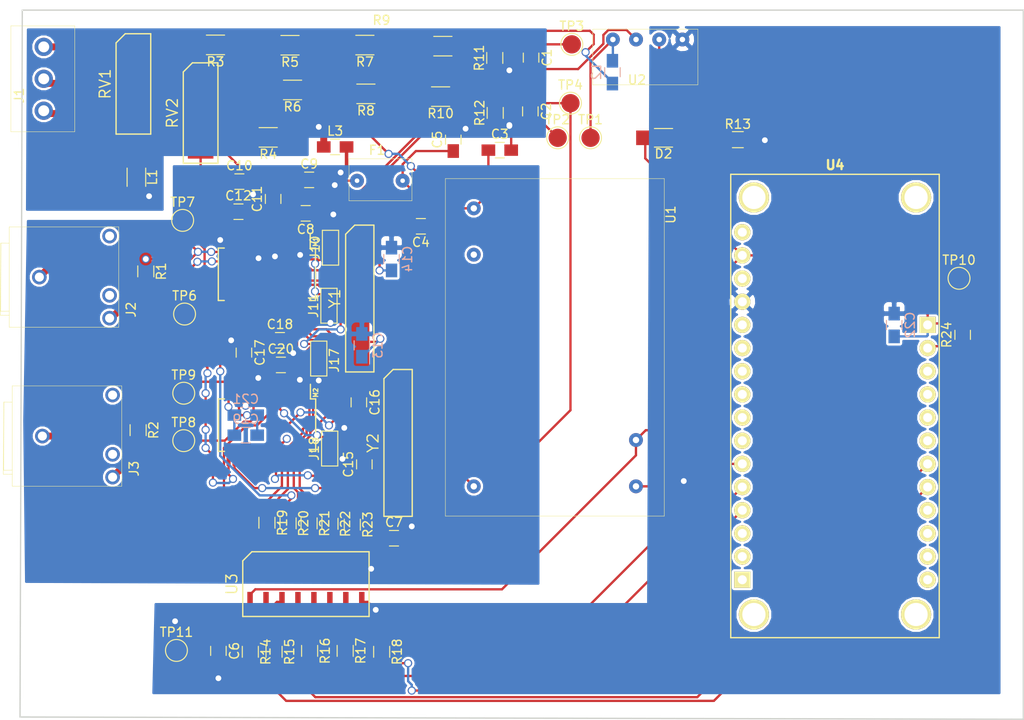
<source format=kicad_pcb>
(kicad_pcb (version 4) (host pcbnew 4.0.7)
  (layers (0 F.Cu signal) (31 B.Cu signal) (34 B.Paste user) (35 F.Paste user) (36 B.SilkS user) (37 F.SilkS user) (38 B.Mask user) (39 F.Mask user) (44 Edge.Cuts user))
  (net 0 "")
  (net 1 L0_SAMP)
  (net 2 GNDA)
  (net 3 L1_SAMP)
  (net 4 L0)
  (net 5 "Net-(C4-Pad2)")
  (net 6 GNDD)
  (net 7 "Net-(C10-Pad1)")
  (net 8 CLKOUT_0)
  (net 9 CLKIN_0)
  (net 10 CLKOUT_1)
  (net 11 CLKIN_1)
  (net 12 "Net-(C19-Pad1)")
  (net 13 N)
  (net 14 L1)
  (net 15 I1N_0)
  (net 16 "Net-(J2-Pad3)")
  (net 17 I1P_0)
  (net 18 I1N_1)
  (net 19 "Net-(J3-Pad3)")
  (net 20 I1P_1)
  (net 21 "Net-(J10-Pad2)")
  (net 22 "Net-(J11-Pad2)")
  (net 23 "Net-(J17-Pad2)")
  (net 24 "Net-(J18-Pad2)")
  (net 25 3.3V_REG_A)
  (net 26 MOSI_ATM)
  (net 27 MISO_ATM)
  (net 28 SCLK_ATM)
  (net 29 CS0_ATM)
  (net 30 "Net-(M1-Pad8)")
  (net 31 "Net-(M1-Pad7)")
  (net 32 CS1_ATM)
  (net 33 "Net-(M2-Pad8)")
  (net 34 "Net-(M2-Pad7)")
  (net 35 "Net-(R3-Pad1)")
  (net 36 "Net-(R4-Pad1)")
  (net 37 "Net-(R5-Pad1)")
  (net 38 "Net-(R6-Pad1)")
  (net 39 "Net-(R7-Pad1)")
  (net 40 "Net-(R10-Pad2)")
  (net 41 SCLK_MCU)
  (net 42 MOSI_MCU)
  (net 43 CS0_MCU)
  (net 44 CS1_MCU)
  (net 45 MISO_MCU)
  (net 46 "Net-(R19-Pad2)")
  (net 47 "Net-(R20-Pad2)")
  (net 48 "Net-(R21-Pad2)")
  (net 49 "Net-(R22-Pad2)")
  (net 50 "Net-(R23-Pad2)")
  (net 51 "Net-(R24-Pad1)")
  (net 52 "Net-(U3-Pad7)")
  (net 53 "Net-(U4-Pad16)")
  (net 54 "Net-(U4-Pad14)")
  (net 55 "Net-(U4-Pad12)")
  (net 56 "Net-(U4-Pad11)")
  (net 57 "Net-(U4-Pad10)")
  (net 58 "Net-(U4-Pad9)")
  (net 59 "Net-(U4-Pad8)")
  (net 60 "Net-(U4-Pad7)")
  (net 61 "Net-(U4-Pad3)")
  (net 62 "Net-(U4-Pad2)")
  (net 63 "Net-(U4-Pad1)")
  (net 64 "Net-(U4-Pad19)")
  (net 65 "Net-(U4-Pad20)")
  (net 66 "Net-(U4-Pad21)")
  (net 67 "Net-(U4-Pad22)")
  (net 68 "Net-(U4-Pad25)")
  (net 69 "Net-(U4-Pad26)")
  (net 70 "Net-(U4-Pad27)")
  (net 71 "Net-(U4-Pad28)")
  (net 72 +3.3VA)
  (net 73 "Net-(D2-Pad1)")
  (net 74 "Net-(C19-Pad2)")
  (net 75 3.3V_MCU)
  (net 76 GND_MCU)
  (net 77 "Net-(M1-Pad21)")
  (net 78 "Net-(M1-Pad20)")
  (net 79 "Net-(M1-Pad19)")
  (net 80 "Net-(M1-Pad18)")
  (net 81 "Net-(M1-Pad17)")
  (net 82 "Net-(M2-Pad21)")
  (net 83 "Net-(M2-Pad20)")
  (net 84 "Net-(M2-Pad19)")
  (net 85 "Net-(M2-Pad18)")
  (net 86 "Net-(M2-Pad17)")
  (net 87 /ATM90_Circuit/CS1)
  (net 88 /ATM90_Circuit/CS0)
  (net 89 /ATM90_Circuit/MOSI)
  (net 90 /ATM90_Circuit/SCK)
  (net 91 /ATM90_Circuit/MISO)
  (module Capacitors_SMD:C_0805_HandSoldering (layer B.Cu) (at 115.98 92.29 90)
    (fp_text reference C14 (at 0 1.75 90) (layer B.SilkS) (effects (justify mirror)))
    (fp_text value 18p)
    (pad 1 smd rect (at -1.25 0 90) (size 1.5 1.25) (layers B.Cu B.Paste B.Mask) (net 9 CLKIN_0))
    (pad 2 smd rect (at 1.25 0 90) (size 1.5 1.25) (layers B.Cu B.Paste B.Mask) (net 6 GNDD))
  )
  (module Capacitors_SMD:C_0805_HandSoldering (layer F.Cu) (at 112.4 108 270)
    (fp_text reference C16 (at 0 -1.75 270) (layer F.SilkS))
    (fp_text value 18p)
    (pad 1 smd rect (at -1.25 0 270) (size 1.5 1.25) (layers F.Cu F.Paste F.Mask) (net 11 CLKIN_1))
    (pad 2 smd rect (at 1.25 0 270) (size 1.5 1.25) (layers F.Cu F.Paste F.Mask) (net 6 GNDD))
  )
  (module Capacitors_SMD:C_0805_HandSoldering (layer F.Cu) (at 113 114.8 90)
    (fp_text reference C15 (at 0 -1.75 90) (layer F.SilkS))
    (fp_text value 18p)
    (pad 1 smd rect (at -1.25 0 90) (size 1.5 1.25) (layers F.Cu F.Paste F.Mask) (net 10 CLKOUT_1))
    (pad 2 smd rect (at 1.25 0 90) (size 1.5 1.25) (layers F.Cu F.Paste F.Mask) (net 6 GNDD))
  )
  (module Connectors:GS3 (layer F.Cu) (at 108 103.2 180)
    (fp_text reference J17 (at -1.7 -0.2 270) (layer F.SilkS))
    (fp_text value GS3)
    (pad 1 smd rect (at 0 -1.27 180) (size 1.27 0.97) (layers F.Cu F.Paste F.Mask) (net 6 GNDD))
    (pad 2 smd rect (at 0 0 180) (size 1.27 0.97) (layers F.Cu F.Paste F.Mask) (net 23 "Net-(J17-Pad2)"))
    (pad 3 smd rect (at 0 1.27 180) (size 1.27 0.97) (layers F.Cu F.Paste F.Mask) (net 72 +3.3VA))
  )
  (module Capacitors_SMD:C_0805_HandSoldering (layer F.Cu) (at 109.8 80)
    (fp_text reference L3 (at 0 -1.75) (layer F.SilkS))
    (fp_text value L_Core_Ferrite_Small)
    (pad 1 smd rect (at -1.25 0) (size 1.5 1.25) (layers F.Cu F.Paste F.Mask) (net 2 GNDA))
    (pad 2 smd rect (at 1.25 0) (size 1.5 1.25) (layers F.Cu F.Paste F.Mask) (net 6 GNDD))
  )
  (module Capacitors_SMD:C_0805_HandSoldering (layer B.Cu) (at 140.2 71.8 270)
    (fp_text reference L2 (at 0 1.75 270) (layer B.SilkS) (effects (justify mirror)))
    (fp_text value L_Core_Ferrite_Small)
    (pad 1 smd rect (at -1.25 0 270) (size 1.5 1.25) (layers B.Cu B.Paste B.Mask) (net 25 3.3V_REG_A))
    (pad 2 smd rect (at 1.25 0 270) (size 1.5 1.25) (layers B.Cu B.Paste B.Mask) (net 72 +3.3VA))
  )
  (module HappyDayEnergyMonitor:Crystal (layer F.Cu) (at 112.5 96.62)
    (fp_text reference Y1 (at -2.75 0 90) (layer F.SilkS) (effects (font (size 1.2 1.2))))
    (fp_text value Crystal_Small)
    (pad 2 smd rect (at 0 -4.75) (size 2.1 5.6) (layers F.Cu F.Paste F.Mask) (net 9 CLKIN_0))
    (pad 1 smd rect (at 0 4.75) (size 2.1 5.6) (layers F.Cu F.Paste F.Mask) (net 8 CLKOUT_0))
  )
  (module HappyDayEnergyMonitor:SSOP-28_5.3x10.2mm_Pitch0.65mm (layer F.Cu) (at 102.315 93.96 270)
    (fp_text reference M1 (at -3.556 -5.334 270) (layer F.SilkS) (effects (font (size 0.5 0.5) (thickness 0.125))))
    (fp_text value ATM90E26_ATM90E26)
    (pad 28 smd rect (at 3.6 -4.225 270) (size 1.75 0.45) (layers F.Cu F.Paste F.Mask) (net 22 "Net-(J11-Pad2)"))
    (pad 27 smd rect (at 3.6 -3.575 270) (size 1.75 0.45) (layers F.Cu F.Paste F.Mask) (net 26 MOSI_ATM))
    (pad 26 smd rect (at 3.6 -2.925 270) (size 1.75 0.45) (layers F.Cu F.Paste F.Mask) (net 27 MISO_ATM))
    (pad 25 smd rect (at 3.6 -2.275 270) (size 1.75 0.45) (layers F.Cu F.Paste F.Mask) (net 28 SCLK_ATM))
    (pad 24 smd rect (at 3.6 -1.625 270) (size 1.75 0.45) (layers F.Cu F.Paste F.Mask) (net 29 CS0_ATM))
    (pad 23 smd rect (at 3.6 -0.975 270) (size 1.75 0.45) (layers F.Cu F.Paste F.Mask) (net 8 CLKOUT_0))
    (pad 22 smd rect (at 3.6 -0.325 270) (size 1.75 0.45) (layers F.Cu F.Paste F.Mask) (net 9 CLKIN_0))
    (pad 21 smd rect (at 3.6 0.325 270) (size 1.75 0.45) (layers F.Cu F.Paste F.Mask) (net 77 "Net-(M1-Pad21)"))
    (pad 20 smd rect (at 3.6 0.975 270) (size 1.75 0.45) (layers F.Cu F.Paste F.Mask) (net 78 "Net-(M1-Pad20)"))
    (pad 19 smd rect (at 3.6 1.625 270) (size 1.75 0.45) (layers F.Cu F.Paste F.Mask) (net 79 "Net-(M1-Pad19)"))
    (pad 18 smd rect (at 3.6 2.275 270) (size 1.75 0.45) (layers F.Cu F.Paste F.Mask) (net 80 "Net-(M1-Pad18)"))
    (pad 17 smd rect (at 3.6 2.925 270) (size 1.75 0.45) (layers F.Cu F.Paste F.Mask) (net 81 "Net-(M1-Pad17)"))
    (pad 16 smd rect (at 3.6 3.575 270) (size 1.75 0.45) (layers F.Cu F.Paste F.Mask) (net 1 L0_SAMP))
    (pad 15 smd rect (at 3.6 4.225 270) (size 1.75 0.45) (layers F.Cu F.Paste F.Mask) (net 13 N))
    (pad 14 smd rect (at -3.6 4.225 270) (size 1.75 0.45) (layers F.Cu F.Paste F.Mask) (net 6 GNDD))
    (pad 13 smd rect (at -3.6 3.575 270) (size 1.75 0.45) (layers F.Cu F.Paste F.Mask) (net 7 "Net-(C10-Pad1)"))
    (pad 12 smd rect (at -3.6 2.925 270) (size 1.75 0.45) (layers F.Cu F.Paste F.Mask) (net 6 GNDD))
    (pad 11 smd rect (at -3.6 2.275 270) (size 1.75 0.45) (layers F.Cu F.Paste F.Mask) (net 15 I1N_0))
    (pad 10 smd rect (at -3.6 1.625 270) (size 1.75 0.45) (layers F.Cu F.Paste F.Mask) (net 17 I1P_0))
    (pad 9 smd rect (at -3.6 0.975 270) (size 1.75 0.45) (layers F.Cu F.Paste F.Mask) (net 6 GNDD))
    (pad 8 smd rect (at -3.6 0.325 270) (size 1.75 0.45) (layers F.Cu F.Paste F.Mask) (net 30 "Net-(M1-Pad8)"))
    (pad 7 smd rect (at -3.6 -0.325 270) (size 1.75 0.45) (layers F.Cu F.Paste F.Mask) (net 31 "Net-(M1-Pad7)"))
    (pad 6 smd rect (at -3.6 -0.975 270) (size 1.75 0.45) (layers F.Cu F.Paste F.Mask) (net 6 GNDD))
    (pad 5 smd rect (at -3.6 -1.625 270) (size 1.75 0.45) (layers F.Cu F.Paste F.Mask) (net 72 +3.3VA))
    (pad 4 smd rect (at -3.6 -2.275 270) (size 1.75 0.45) (layers F.Cu F.Paste F.Mask) (net 72 +3.3VA))
    (pad 3 smd rect (at -3.6 -2.925 270) (size 1.75 0.45) (layers F.Cu F.Paste F.Mask) (net 72 +3.3VA))
    (pad 2 smd rect (at -3.6 -3.575 270) (size 1.75 0.45) (layers F.Cu F.Paste F.Mask) (net 6 GNDD))
    (pad 1 smd rect (at -3.6 -4.225 270) (size 1.75 0.45) (layers F.Cu F.Paste F.Mask) (net 21 "Net-(J10-Pad2)"))
  )
  (module Capacitors_SMD:C_0805_HandSoldering (layer F.Cu) (at 131.28 70.21 270)
    (fp_text reference C1 (at 0 -1.75 270) (layer F.SilkS))
    (fp_text value .033u)
    (pad 1 smd rect (at -1.25 0 270) (size 1.5 1.25) (layers F.Cu F.Paste F.Mask) (net 1 L0_SAMP))
    (pad 2 smd rect (at 1.25 0 270) (size 1.5 1.25) (layers F.Cu F.Paste F.Mask) (net 2 GNDA))
  )
  (module Capacitors_SMD:C_0805_HandSoldering (layer F.Cu) (at 131.2 76.1 270)
    (fp_text reference C2 (at 0 -1.75 270) (layer F.SilkS))
    (fp_text value .033u)
    (pad 1 smd rect (at -1.25 0 270) (size 1.5 1.25) (layers F.Cu F.Paste F.Mask) (net 3 L1_SAMP))
    (pad 2 smd rect (at 1.25 0 270) (size 1.5 1.25) (layers F.Cu F.Paste F.Mask) (net 2 GNDA))
  )
  (module Capacitors_SMD:C_0805_HandSoldering (layer F.Cu) (at 127.85 80.35)
    (fp_text reference C3 (at 0 -1.75) (layer F.SilkS))
    (fp_text value .001u)
    (pad 1 smd rect (at -1.25 0) (size 1.5 1.25) (layers F.Cu F.Paste F.Mask) (net 4 L0))
    (pad 2 smd rect (at 1.25 0) (size 1.5 1.25) (layers F.Cu F.Paste F.Mask) (net 2 GNDA))
  )
  (module Capacitors_SMD:C_0805_HandSoldering (layer F.Cu) (at 119.2 88.7 180)
    (fp_text reference C4 (at 0 -1.75 180) (layer F.SilkS))
    (fp_text value .1u)
    (pad 1 smd rect (at -1.25 0 180) (size 1.5 1.25) (layers F.Cu F.Paste F.Mask) (net 4 L0))
    (pad 2 smd rect (at 1.25 0 180) (size 1.5 1.25) (layers F.Cu F.Paste F.Mask) (net 5 "Net-(C4-Pad2)"))
  )
  (module Capacitors_SMD:C_0805_HandSoldering (layer F.Cu) (at 122.75 79.2 90)
    (fp_text reference C5 (at 0 -1.75 90) (layer F.SilkS))
    (fp_text value .001u)
    (pad 1 smd rect (at -1.25 0 90) (size 1.5 1.25) (layers F.Cu F.Paste F.Mask) (net 5 "Net-(C4-Pad2)"))
    (pad 2 smd rect (at 1.25 0 90) (size 1.5 1.25) (layers F.Cu F.Paste F.Mask) (net 2 GNDA))
  )
  (module Capacitors_SMD:C_0805_HandSoldering (layer F.Cu) (at 97 135.25 270)
    (fp_text reference C6 (at 0 -1.75 270) (layer F.SilkS))
    (fp_text value .1u)
    (pad 1 smd rect (at -1.25 0 270) (size 1.5 1.25) (layers F.Cu F.Paste F.Mask) (net 75 3.3V_MCU))
    (pad 2 smd rect (at 1.25 0 270) (size 1.5 1.25) (layers F.Cu F.Paste F.Mask) (net 76 GND_MCU))
  )
  (module Capacitors_SMD:C_0805_HandSoldering (layer F.Cu) (at 116.25 122.9)
    (fp_text reference C7 (at 0 -1.75) (layer F.SilkS))
    (fp_text value .1u)
    (pad 1 smd rect (at -1.25 0) (size 1.5 1.25) (layers F.Cu F.Paste F.Mask) (net 72 +3.3VA))
    (pad 2 smd rect (at 1.25 0) (size 1.5 1.25) (layers F.Cu F.Paste F.Mask) (net 6 GNDD))
  )
  (module Capacitors_SMD:C_0805_HandSoldering (layer F.Cu) (at 106.57 87.28 180)
    (fp_text reference C8 (at 0 -1.75 180) (layer F.SilkS))
    (fp_text value .1u)
    (pad 1 smd rect (at -1.25 0 180) (size 1.5 1.25) (layers F.Cu F.Paste F.Mask) (net 6 GNDD))
    (pad 2 smd rect (at 1.25 0 180) (size 1.5 1.25) (layers F.Cu F.Paste F.Mask) (net 72 +3.3VA))
  )
  (module Capacitors_SMD:C_0805_HandSoldering (layer F.Cu) (at 106.95 83.61)
    (fp_text reference C9 (at 0 -1.75) (layer F.SilkS))
    (fp_text value 10u)
    (pad 1 smd rect (at -1.25 0) (size 1.5 1.25) (layers F.Cu F.Paste F.Mask) (net 72 +3.3VA))
    (pad 2 smd rect (at 1.25 0) (size 1.5 1.25) (layers F.Cu F.Paste F.Mask) (net 6 GNDD))
  )
  (module Capacitors_SMD:C_0805_HandSoldering (layer F.Cu) (at 99.3 83.8)
    (fp_text reference C10 (at 0 -1.75) (layer F.SilkS))
    (fp_text value 10u)
    (pad 1 smd rect (at -1.25 0) (size 1.5 1.25) (layers F.Cu F.Paste F.Mask) (net 7 "Net-(C10-Pad1)"))
    (pad 2 smd rect (at 1.25 0) (size 1.5 1.25) (layers F.Cu F.Paste F.Mask) (net 6 GNDD))
  )
  (module Capacitors_SMD:C_0805_HandSoldering (layer F.Cu) (at 99.2 87.1)
    (fp_text reference C12 (at 0 -1.75) (layer F.SilkS))
    (fp_text value .1u)
    (pad 1 smd rect (at -1.25 0) (size 1.5 1.25) (layers F.Cu F.Paste F.Mask) (net 7 "Net-(C10-Pad1)"))
    (pad 2 smd rect (at 1.25 0) (size 1.5 1.25) (layers F.Cu F.Paste F.Mask) (net 6 GNDD))
  )
  (module Capacitors_SMD:C_0805_HandSoldering (layer B.Cu) (at 112.73 101.75 90)
    (fp_text reference C13 (at 0 1.75 90) (layer B.SilkS) (effects (justify mirror)))
    (fp_text value 18p)
    (pad 1 smd rect (at -1.25 0 90) (size 1.5 1.25) (layers B.Cu B.Paste B.Mask) (net 8 CLKOUT_0))
    (pad 2 smd rect (at 1.25 0 90) (size 1.5 1.25) (layers B.Cu B.Paste B.Mask) (net 6 GNDD))
  )
  (module Capacitors_SMD:C_0805_HandSoldering (layer F.Cu) (at 99.8 102.55 270)
    (fp_text reference C17 (at 0 -1.75 270) (layer F.SilkS))
    (fp_text value .1u)
    (pad 1 smd rect (at -1.25 0 270) (size 1.5 1.25) (layers F.Cu F.Paste F.Mask) (net 6 GNDD))
    (pad 2 smd rect (at 1.25 0 270) (size 1.5 1.25) (layers F.Cu F.Paste F.Mask) (net 72 +3.3VA))
  )
  (module Capacitors_SMD:C_0805_HandSoldering (layer F.Cu) (at 103.75 101.2)
    (fp_text reference C18 (at 0 -1.75) (layer F.SilkS))
    (fp_text value 10u)
    (pad 1 smd rect (at -1.25 0) (size 1.5 1.25) (layers F.Cu F.Paste F.Mask) (net 72 +3.3VA))
    (pad 2 smd rect (at 1.25 0) (size 1.5 1.25) (layers F.Cu F.Paste F.Mask) (net 6 GNDD))
  )
  (module Capacitors_SMD:C_0805_HandSoldering (layer B.Cu) (at 100 111.6 180)
    (fp_text reference C19 (at 0 1.75 180) (layer B.SilkS) (effects (justify mirror)))
    (fp_text value 10u)
    (pad 1 smd rect (at -1.25 0 180) (size 1.5 1.25) (layers B.Cu B.Paste B.Mask) (net 12 "Net-(C19-Pad1)"))
    (pad 2 smd rect (at 1.25 0 180) (size 1.5 1.25) (layers B.Cu B.Paste B.Mask) (net 74 "Net-(C19-Pad2)"))
  )
  (module Capacitors_SMD:C_0805_HandSoldering (layer F.Cu) (at 103.85 103.9)
    (fp_text reference C20 (at 0 -1.75) (layer F.SilkS))
    (fp_text value .1u)
    (pad 1 smd rect (at -1.25 0) (size 1.5 1.25) (layers F.Cu F.Paste F.Mask) (net 72 +3.3VA))
    (pad 2 smd rect (at 1.25 0) (size 1.5 1.25) (layers F.Cu F.Paste F.Mask) (net 6 GNDD))
  )
  (module Capacitors_SMD:C_0805_HandSoldering (layer B.Cu) (at 100 109.4 180)
    (fp_text reference C21 (at 0 1.75 180) (layer B.SilkS) (effects (justify mirror)))
    (fp_text value .1u)
    (pad 1 smd rect (at -1.25 0 180) (size 1.5 1.25) (layers B.Cu B.Paste B.Mask) (net 12 "Net-(C19-Pad1)"))
    (pad 2 smd rect (at 1.25 0 180) (size 1.5 1.25) (layers B.Cu B.Paste B.Mask) (net 74 "Net-(C19-Pad2)"))
  )
  (module Capacitors_SMD:C_0805_HandSoldering (layer B.Cu) (at 171.09 99.52 90)
    (fp_text reference C22 (at 0 1.75 90) (layer B.SilkS) (effects (justify mirror)))
    (fp_text value .1u)
    (pad 1 smd rect (at -1.25 0 90) (size 1.5 1.25) (layers B.Cu B.Paste B.Mask) (net 75 3.3V_MCU))
    (pad 2 smd rect (at 1.25 0 90) (size 1.5 1.25) (layers B.Cu B.Paste B.Mask) (net 76 GND_MCU))
  )
  (module Capacitors_SMD:C_1206_HandSoldering (layer F.Cu) (at 145.8 79 180)
    (fp_text reference D2 (at 0 -1.75 180) (layer F.SilkS))
    (fp_text value LED)
    (pad 1 smd rect (at -2 0 180) (size 2 1.6) (layers F.Cu F.Paste F.Mask) (net 73 "Net-(D2-Pad1)"))
    (pad 2 smd rect (at 2 0 180) (size 2 1.6) (layers F.Cu F.Paste F.Mask) (net 75 3.3V_MCU))
  )
  (module HappyDayEnergyMonitor:POLYFUSE (layer F.Cu) (at 118.22 85.9 180)
    (fp_text reference F1 (at 3.83 5.55 180) (layer F.SilkS))
    (fp_text value Polyfuse)
    (pad 1 thru_hole circle (at 1.02 2.2 180) (size 1.524 1.524) (drill 0.5) (layers *.Cu *.Mask) (net 5 "Net-(C4-Pad2)"))
    (pad 2 thru_hole circle (at 6.02 2.2 180) (size 1.524 1.524) (drill 0.5) (layers *.Cu *.Mask) (net 13 N))
  )
  (module HappyDayEnergyMonitor:3PinConnector (layer F.Cu) (at 81.25 66.73 270)
    (fp_text reference J1 (at 7.63 6.09 270) (layer F.SilkS))
    (fp_text value Conn_01x03)
    (pad 1 thru_hole circle (at 2.3 3.4 270) (size 2 2) (drill 1.2) (layers *.Cu *.Mask) (net 4 L0))
    (pad 2 thru_hole circle (at 5.8 3.4 270) (size 2 2) (drill 1.2) (layers *.Cu *.Mask) (net 14 L1))
    (pad 3 thru_hole circle (at 9.3 3.4 270) (size 2 2) (drill 1.2) (layers *.Cu *.Mask) (net 13 N))
  )
  (module HappyDayEnergyMonitor:Audio-Jack (layer F.Cu) (at 74.07 99.77 90)
    (fp_text reference J2 (at 1.93 13.35 90) (layer F.SilkS))
    (fp_text value TRS3.5Female)
    (pad 1 thru_hole circle (at 5.5 3.3 90) (size 1.6 1.6) (drill 1) (layers *.Cu *.Mask) (net 15 I1N_0))
    (pad 3 thru_hole circle (at 10 11 90) (size 1.6 1.6) (drill 1) (layers *.Cu *.Mask) (net 16 "Net-(J2-Pad3)"))
    (pad 2 thru_hole circle (at 1 11 90) (size 1.6 1.6) (drill 1) (layers *.Cu *.Mask) (net 17 I1P_0))
    (pad 4 thru_hole circle (at 3.5 11 90) (size 1.6 1.6) (drill 1) (layers *.Cu *.Mask))
  )
  (module HappyDayEnergyMonitor:Audio-Jack (layer F.Cu) (at 74.4 117.2 90)
    (fp_text reference J3 (at 1.93 13.35 90) (layer F.SilkS))
    (fp_text value TRS3.5Female)
    (pad 1 thru_hole circle (at 5.5 3.3 90) (size 1.6 1.6) (drill 1) (layers *.Cu *.Mask) (net 18 I1N_1))
    (pad 3 thru_hole circle (at 10 11 90) (size 1.6 1.6) (drill 1) (layers *.Cu *.Mask) (net 19 "Net-(J3-Pad3)"))
    (pad 2 thru_hole circle (at 1 11 90) (size 1.6 1.6) (drill 1) (layers *.Cu *.Mask) (net 20 I1P_1))
    (pad 4 thru_hole circle (at 3.5 11 90) (size 1.6 1.6) (drill 1) (layers *.Cu *.Mask))
  )
  (module Connectors:GS3 (layer F.Cu) (at 109.29 91.05)
    (fp_text reference J10 (at -1.7 0 90) (layer F.SilkS))
    (fp_text value GS3)
    (pad 1 smd rect (at 0 -1.27) (size 1.27 0.97) (layers F.Cu F.Paste F.Mask) (net 6 GNDD))
    (pad 2 smd rect (at 0 0) (size 1.27 0.97) (layers F.Cu F.Paste F.Mask) (net 21 "Net-(J10-Pad2)"))
    (pad 3 smd rect (at 0 1.27) (size 1.27 0.97) (layers F.Cu F.Paste F.Mask) (net 72 +3.3VA))
  )
  (module Connectors:GS3 (layer F.Cu) (at 109.12 97.41)
    (fp_text reference J11 (at -1.7 0 90) (layer F.SilkS))
    (fp_text value GS3)
    (pad 1 smd rect (at 0 -1.27) (size 1.27 0.97) (layers F.Cu F.Paste F.Mask) (net 72 +3.3VA))
    (pad 2 smd rect (at 0 0) (size 1.27 0.97) (layers F.Cu F.Paste F.Mask) (net 22 "Net-(J11-Pad2)"))
    (pad 3 smd rect (at 0 1.27) (size 1.27 0.97) (layers F.Cu F.Paste F.Mask) (net 6 GNDD))
  )
  (module Connectors:GS3 (layer F.Cu) (at 109.2 113.07)
    (fp_text reference J18 (at -1.7 0 90) (layer F.SilkS))
    (fp_text value GS3)
    (pad 1 smd rect (at 0 -1.27) (size 1.27 0.97) (layers F.Cu F.Paste F.Mask) (net 72 +3.3VA))
    (pad 2 smd rect (at 0 0) (size 1.27 0.97) (layers F.Cu F.Paste F.Mask) (net 24 "Net-(J18-Pad2)"))
    (pad 3 smd rect (at 0 1.27) (size 1.27 0.97) (layers F.Cu F.Paste F.Mask) (net 6 GNDD))
  )
  (module Capacitors_SMD:C_1206_HandSoldering (layer F.Cu) (at 88.01 83.32 270)
    (fp_text reference L1 (at 0 -1.75 270) (layer F.SilkS))
    (fp_text value Ferrite_Bead_Small)
    (pad 1 smd rect (at -2 0 270) (size 2 1.6) (layers F.Cu F.Paste F.Mask) (net 13 N))
    (pad 2 smd rect (at 2 0 270) (size 2 1.6) (layers F.Cu F.Paste F.Mask) (net 2 GNDA))
  )
  (module HappyDayEnergyMonitor:SSOP-28_5.3x10.2mm_Pitch0.65mm (layer F.Cu) (at 102.34 110.5 270)
    (fp_text reference M2 (at -3.556 -5.334 270) (layer F.SilkS) (effects (font (size 0.5 0.5) (thickness 0.125))))
    (fp_text value ATM90E26_ATM90E26)
    (pad 28 smd rect (at 3.6 -4.225 270) (size 1.75 0.45) (layers F.Cu F.Paste F.Mask) (net 24 "Net-(J18-Pad2)"))
    (pad 27 smd rect (at 3.6 -3.575 270) (size 1.75 0.45) (layers F.Cu F.Paste F.Mask) (net 26 MOSI_ATM))
    (pad 26 smd rect (at 3.6 -2.925 270) (size 1.75 0.45) (layers F.Cu F.Paste F.Mask) (net 27 MISO_ATM))
    (pad 25 smd rect (at 3.6 -2.275 270) (size 1.75 0.45) (layers F.Cu F.Paste F.Mask) (net 28 SCLK_ATM))
    (pad 24 smd rect (at 3.6 -1.625 270) (size 1.75 0.45) (layers F.Cu F.Paste F.Mask) (net 32 CS1_ATM))
    (pad 23 smd rect (at 3.6 -0.975 270) (size 1.75 0.45) (layers F.Cu F.Paste F.Mask) (net 10 CLKOUT_1))
    (pad 22 smd rect (at 3.6 -0.325 270) (size 1.75 0.45) (layers F.Cu F.Paste F.Mask) (net 11 CLKIN_1))
    (pad 21 smd rect (at 3.6 0.325 270) (size 1.75 0.45) (layers F.Cu F.Paste F.Mask) (net 82 "Net-(M2-Pad21)"))
    (pad 20 smd rect (at 3.6 0.975 270) (size 1.75 0.45) (layers F.Cu F.Paste F.Mask) (net 83 "Net-(M2-Pad20)"))
    (pad 19 smd rect (at 3.6 1.625 270) (size 1.75 0.45) (layers F.Cu F.Paste F.Mask) (net 84 "Net-(M2-Pad19)"))
    (pad 18 smd rect (at 3.6 2.275 270) (size 1.75 0.45) (layers F.Cu F.Paste F.Mask) (net 85 "Net-(M2-Pad18)"))
    (pad 17 smd rect (at 3.6 2.925 270) (size 1.75 0.45) (layers F.Cu F.Paste F.Mask) (net 86 "Net-(M2-Pad17)"))
    (pad 16 smd rect (at 3.6 3.575 270) (size 1.75 0.45) (layers F.Cu F.Paste F.Mask) (net 3 L1_SAMP))
    (pad 15 smd rect (at 3.6 4.225 270) (size 1.75 0.45) (layers F.Cu F.Paste F.Mask) (net 13 N))
    (pad 14 smd rect (at -3.6 4.225 270) (size 1.75 0.45) (layers F.Cu F.Paste F.Mask) (net 74 "Net-(C19-Pad2)"))
    (pad 13 smd rect (at -3.6 3.575 270) (size 1.75 0.45) (layers F.Cu F.Paste F.Mask) (net 12 "Net-(C19-Pad1)"))
    (pad 12 smd rect (at -3.6 2.925 270) (size 1.75 0.45) (layers F.Cu F.Paste F.Mask) (net 6 GNDD))
    (pad 11 smd rect (at -3.6 2.275 270) (size 1.75 0.45) (layers F.Cu F.Paste F.Mask) (net 18 I1N_1))
    (pad 10 smd rect (at -3.6 1.625 270) (size 1.75 0.45) (layers F.Cu F.Paste F.Mask) (net 20 I1P_1))
    (pad 9 smd rect (at -3.6 0.975 270) (size 1.75 0.45) (layers F.Cu F.Paste F.Mask) (net 6 GNDD))
    (pad 8 smd rect (at -3.6 0.325 270) (size 1.75 0.45) (layers F.Cu F.Paste F.Mask) (net 33 "Net-(M2-Pad8)"))
    (pad 7 smd rect (at -3.6 -0.325 270) (size 1.75 0.45) (layers F.Cu F.Paste F.Mask) (net 34 "Net-(M2-Pad7)"))
    (pad 6 smd rect (at -3.6 -0.975 270) (size 1.75 0.45) (layers F.Cu F.Paste F.Mask) (net 6 GNDD))
    (pad 5 smd rect (at -3.6 -1.625 270) (size 1.75 0.45) (layers F.Cu F.Paste F.Mask) (net 72 +3.3VA))
    (pad 4 smd rect (at -3.6 -2.275 270) (size 1.75 0.45) (layers F.Cu F.Paste F.Mask) (net 72 +3.3VA))
    (pad 3 smd rect (at -3.6 -2.925 270) (size 1.75 0.45) (layers F.Cu F.Paste F.Mask) (net 72 +3.3VA))
    (pad 2 smd rect (at -3.6 -3.575 270) (size 1.75 0.45) (layers F.Cu F.Paste F.Mask) (net 6 GNDD))
    (pad 1 smd rect (at -3.6 -4.225 270) (size 1.75 0.45) (layers F.Cu F.Paste F.Mask) (net 23 "Net-(J17-Pad2)"))
  )
  (module Resistors_SMD:R_0805_HandSoldering (layer F.Cu) (at 89.04 93.64 270)
    (fp_text reference R1 (at 0 -1.7 270) (layer F.SilkS))
    (fp_text value 12)
    (pad 1 smd rect (at -1.35 0 270) (size 1.5 1.3) (layers F.Cu F.Paste F.Mask) (net 15 I1N_0))
    (pad 2 smd rect (at 1.35 0 270) (size 1.5 1.3) (layers F.Cu F.Paste F.Mask) (net 17 I1P_0))
  )
  (module Resistors_SMD:R_0805_HandSoldering (layer F.Cu) (at 88.2 111.05 270)
    (fp_text reference R2 (at 0 -1.7 270) (layer F.SilkS))
    (fp_text value 12)
    (pad 1 smd rect (at -1.35 0 270) (size 1.5 1.3) (layers F.Cu F.Paste F.Mask) (net 18 I1N_1))
    (pad 2 smd rect (at 1.35 0 270) (size 1.5 1.3) (layers F.Cu F.Paste F.Mask) (net 20 I1P_1))
  )
  (module Resistors_SMD:R_1206_HandSoldering (layer F.Cu) (at 96.68 68.81 180)
    (fp_text reference R3 (at 0 -1.85 180) (layer F.SilkS))
    (fp_text value 220K)
    (pad 1 smd rect (at -2 0 180) (size 2 1.7) (layers F.Cu F.Paste F.Mask) (net 35 "Net-(R3-Pad1)"))
    (pad 2 smd rect (at 2 0 180) (size 2 1.7) (layers F.Cu F.Paste F.Mask) (net 4 L0))
  )
  (module Resistors_SMD:R_1206_HandSoldering (layer F.Cu) (at 102.46 78.95 180)
    (fp_text reference R4 (at 0 -1.85 180) (layer F.SilkS))
    (fp_text value 220K)
    (pad 1 smd rect (at -2 0 180) (size 2 1.7) (layers F.Cu F.Paste F.Mask) (net 36 "Net-(R4-Pad1)"))
    (pad 2 smd rect (at 2 0 180) (size 2 1.7) (layers F.Cu F.Paste F.Mask) (net 14 L1))
  )
  (module Resistors_SMD:R_1206_HandSoldering (layer F.Cu) (at 104.85 68.85 180)
    (fp_text reference R5 (at 0 -1.85 180) (layer F.SilkS))
    (fp_text value 220K)
    (pad 1 smd rect (at -2 0 180) (size 2 1.7) (layers F.Cu F.Paste F.Mask) (net 37 "Net-(R5-Pad1)"))
    (pad 2 smd rect (at 2 0 180) (size 2 1.7) (layers F.Cu F.Paste F.Mask) (net 35 "Net-(R3-Pad1)"))
  )
  (module Resistors_SMD:R_1206_HandSoldering (layer F.Cu) (at 105.13 73.75 180)
    (fp_text reference R6 (at 0 -1.85 180) (layer F.SilkS))
    (fp_text value 220K)
    (pad 1 smd rect (at -2 0 180) (size 2 1.7) (layers F.Cu F.Paste F.Mask) (net 38 "Net-(R6-Pad1)"))
    (pad 2 smd rect (at 2 0 180) (size 2 1.7) (layers F.Cu F.Paste F.Mask) (net 36 "Net-(R4-Pad1)"))
  )
  (module Resistors_SMD:R_1206_HandSoldering (layer F.Cu) (at 113.06 68.83 180)
    (fp_text reference R7 (at 0 -1.85 180) (layer F.SilkS))
    (fp_text value 220K)
    (pad 1 smd rect (at -2 0 180) (size 2 1.7) (layers F.Cu F.Paste F.Mask) (net 39 "Net-(R7-Pad1)"))
    (pad 2 smd rect (at 2 0 180) (size 2 1.7) (layers F.Cu F.Paste F.Mask) (net 37 "Net-(R5-Pad1)"))
  )
  (module Resistors_SMD:R_1206_HandSoldering (layer F.Cu) (at 113.17 74.18 180)
    (fp_text reference R8 (at 0 -1.85 180) (layer F.SilkS))
    (fp_text value 220K)
    (pad 1 smd rect (at -2 0 180) (size 2 1.7) (layers F.Cu F.Paste F.Mask) (net 40 "Net-(R10-Pad2)"))
    (pad 2 smd rect (at 2 0 180) (size 2 1.7) (layers F.Cu F.Paste F.Mask) (net 38 "Net-(R6-Pad1)"))
  )
  (module Resistors_SMD:R_1206_HandSoldering (layer F.Cu) (at 121.61 68.95 180)
    (fp_text reference R9 (at 6.732599 2.8426 180) (layer F.SilkS))
    (fp_text value 220K)
    (pad 1 smd rect (at -2 0 180) (size 2 1.7) (layers F.Cu F.Paste F.Mask) (net 1 L0_SAMP))
    (pad 2 smd rect (at 2 0 180) (size 2 1.7) (layers F.Cu F.Paste F.Mask) (net 39 "Net-(R7-Pad1)"))
  )
  (module Resistors_SMD:R_1206_HandSoldering (layer F.Cu) (at 121.36 74.48 180)
    (fp_text reference R10 (at 0 -1.85 180) (layer F.SilkS))
    (fp_text value 220K)
    (pad 1 smd rect (at -2 0 180) (size 2 1.7) (layers F.Cu F.Paste F.Mask) (net 3 L1_SAMP))
    (pad 2 smd rect (at 2 0 180) (size 2 1.7) (layers F.Cu F.Paste F.Mask) (net 40 "Net-(R10-Pad2)"))
  )
  (module Resistors_SMD:R_0805_HandSoldering (layer F.Cu) (at 127.3 70.24 90)
    (fp_text reference R11 (at 0 -1.7 90) (layer F.SilkS))
    (fp_text value 1K)
    (pad 1 smd rect (at -1.35 0 90) (size 1.5 1.3) (layers F.Cu F.Paste F.Mask) (net 2 GNDA))
    (pad 2 smd rect (at 1.35 0 90) (size 1.5 1.3) (layers F.Cu F.Paste F.Mask) (net 1 L0_SAMP))
  )
  (module Resistors_SMD:R_0805_HandSoldering (layer F.Cu) (at 127.35 76.27 90)
    (fp_text reference R12 (at 0 -1.7 90) (layer F.SilkS))
    (fp_text value 1K)
    (pad 1 smd rect (at -1.35 0 90) (size 1.5 1.3) (layers F.Cu F.Paste F.Mask) (net 2 GNDA))
    (pad 2 smd rect (at 1.35 0 90) (size 1.5 1.3) (layers F.Cu F.Paste F.Mask) (net 3 L1_SAMP))
  )
  (module Resistors_SMD:R_0805_HandSoldering (layer F.Cu) (at 153.95 79.2)
    (fp_text reference R13 (at 0 -1.7) (layer F.SilkS))
    (fp_text value 330)
    (pad 1 smd rect (at -1.35 0) (size 1.5 1.3) (layers F.Cu F.Paste F.Mask) (net 73 "Net-(D2-Pad1)"))
    (pad 2 smd rect (at 1.35 0) (size 1.5 1.3) (layers F.Cu F.Paste F.Mask) (net 76 GND_MCU))
  )
  (module Resistors_SMD:R_0805_HandSoldering (layer F.Cu) (at 100.5 135.35 270)
    (fp_text reference R14 (at 0 -1.7 270) (layer F.SilkS))
    (fp_text value 51)
    (pad 1 smd rect (at -1.35 0 270) (size 1.5 1.3) (layers F.Cu F.Paste F.Mask) (net 87 /ATM90_Circuit/CS1))
    (pad 2 smd rect (at 1.35 0 270) (size 1.5 1.3) (layers F.Cu F.Paste F.Mask) (net 44 CS1_MCU))
  )
  (module Resistors_SMD:R_0805_HandSoldering (layer F.Cu) (at 103.1 135.35 270)
    (fp_text reference R15 (at 0 -1.7 270) (layer F.SilkS))
    (fp_text value 51)
    (pad 1 smd rect (at -1.35 0 270) (size 1.5 1.3) (layers F.Cu F.Paste F.Mask) (net 88 /ATM90_Circuit/CS0))
    (pad 2 smd rect (at 1.35 0 270) (size 1.5 1.3) (layers F.Cu F.Paste F.Mask) (net 43 CS0_MCU))
  )
  (module Resistors_SMD:R_0805_HandSoldering (layer F.Cu) (at 107 135.25 270)
    (fp_text reference R16 (at 0 -1.7 270) (layer F.SilkS))
    (fp_text value 51)
    (pad 1 smd rect (at -1.35 0 270) (size 1.5 1.3) (layers F.Cu F.Paste F.Mask) (net 89 /ATM90_Circuit/MOSI))
    (pad 2 smd rect (at 1.35 0 270) (size 1.5 1.3) (layers F.Cu F.Paste F.Mask) (net 42 MOSI_MCU))
  )
  (module Resistors_SMD:R_0805_HandSoldering (layer F.Cu) (at 110.9 135.25 270)
    (fp_text reference R17 (at 0 -1.7 270) (layer F.SilkS))
    (fp_text value 51)
    (pad 1 smd rect (at -1.35 0 270) (size 1.5 1.3) (layers F.Cu F.Paste F.Mask) (net 90 /ATM90_Circuit/SCK))
    (pad 2 smd rect (at 1.35 0 270) (size 1.5 1.3) (layers F.Cu F.Paste F.Mask) (net 41 SCLK_MCU))
  )
  (module Resistors_SMD:R_0805_HandSoldering (layer F.Cu) (at 114.9 135.35 270)
    (fp_text reference R18 (at 0 -1.7 270) (layer F.SilkS))
    (fp_text value 51)
    (pad 1 smd rect (at -1.35 0 270) (size 1.5 1.3) (layers F.Cu F.Paste F.Mask) (net 91 /ATM90_Circuit/MISO))
    (pad 2 smd rect (at 1.35 0 270) (size 1.5 1.3) (layers F.Cu F.Paste F.Mask) (net 45 MISO_MCU))
  )
  (module Resistors_SMD:R_0805_HandSoldering (layer F.Cu) (at 102.32 121.2 270)
    (fp_text reference R19 (at 0 -1.7 270) (layer F.SilkS))
    (fp_text value 51)
    (pad 1 smd rect (at -1.35 0 270) (size 1.5 1.3) (layers F.Cu F.Paste F.Mask) (net 32 CS1_ATM))
    (pad 2 smd rect (at 1.35 0 270) (size 1.5 1.3) (layers F.Cu F.Paste F.Mask) (net 46 "Net-(R19-Pad2)"))
  )
  (module Resistors_SMD:R_0805_HandSoldering (layer F.Cu) (at 104.64 121.26 270)
    (fp_text reference R20 (at 0 -1.7 270) (layer F.SilkS))
    (fp_text value 51)
    (pad 1 smd rect (at -1.35 0 270) (size 1.5 1.3) (layers F.Cu F.Paste F.Mask) (net 29 CS0_ATM))
    (pad 2 smd rect (at 1.35 0 270) (size 1.5 1.3) (layers F.Cu F.Paste F.Mask) (net 47 "Net-(R20-Pad2)"))
  )
  (module Resistors_SMD:R_0805_HandSoldering (layer F.Cu) (at 106.94 121.27 270)
    (fp_text reference R21 (at 0 -1.7 270) (layer F.SilkS))
    (fp_text value 51)
    (pad 1 smd rect (at -1.35 0 270) (size 1.5 1.3) (layers F.Cu F.Paste F.Mask) (net 26 MOSI_ATM))
    (pad 2 smd rect (at 1.35 0 270) (size 1.5 1.3) (layers F.Cu F.Paste F.Mask) (net 48 "Net-(R21-Pad2)"))
  )
  (module Resistors_SMD:R_0805_HandSoldering (layer F.Cu) (at 109.23 121.32 270)
    (fp_text reference R22 (at 0 -1.7 270) (layer F.SilkS))
    (fp_text value 51)
    (pad 1 smd rect (at -1.35 0 270) (size 1.5 1.3) (layers F.Cu F.Paste F.Mask) (net 28 SCLK_ATM))
    (pad 2 smd rect (at 1.35 0 270) (size 1.5 1.3) (layers F.Cu F.Paste F.Mask) (net 49 "Net-(R22-Pad2)"))
  )
  (module Resistors_SMD:R_0805_HandSoldering (layer F.Cu) (at 111.68 121.41 270)
    (fp_text reference R23 (at 0 -1.7 270) (layer F.SilkS))
    (fp_text value 51)
    (pad 1 smd rect (at -1.35 0 270) (size 1.5 1.3) (layers F.Cu F.Paste F.Mask) (net 27 MISO_ATM))
    (pad 2 smd rect (at 1.35 0 270) (size 1.5 1.3) (layers F.Cu F.Paste F.Mask) (net 50 "Net-(R23-Pad2)"))
  )
  (module Capacitors_SMD:C_0805_HandSoldering (layer F.Cu) (at 178.6 100.6 90)
    (fp_text reference R24 (at 0 -1.75 90) (layer F.SilkS))
    (fp_text value 10K)
    (pad 1 smd rect (at -1.25 0 90) (size 1.5 1.25) (layers F.Cu F.Paste F.Mask) (net 51 "Net-(R24-Pad1)"))
    (pad 2 smd rect (at 1.25 0 90) (size 1.5 1.25) (layers F.Cu F.Paste F.Mask) (net 75 3.3V_MCU))
  )
  (module HappyDayEnergyMonitor:MOV (layer F.Cu) (at 87.68 73.09)
    (fp_text reference RV1 (at -3.1 0 90) (layer F.SilkS) (effects (font (size 1.2 1.2))))
    (fp_text value Varistor)
    (pad 2 smd rect (at 0 -3.25) (size 2.8 3.5) (layers F.Cu F.Paste F.Mask) (net 4 L0))
    (pad 1 smd rect (at 0 3.25) (size 2.8 3.5) (layers F.Cu F.Paste F.Mask) (net 13 N))
  )
  (module HappyDayEnergyMonitor:MOV (layer F.Cu) (at 95.05 76.28)
    (fp_text reference RV2 (at -3.1 0 90) (layer F.SilkS) (effects (font (size 1.2 1.2))))
    (fp_text value Varistor)
    (pad 2 smd rect (at 0 -3.25) (size 2.8 3.5) (layers F.Cu F.Paste F.Mask) (net 14 L1))
    (pad 1 smd rect (at 0 3.25) (size 2.8 3.5) (layers F.Cu F.Paste F.Mask) (net 13 N))
  )
  (module Connectors_TestPoints:Test_Point_Pad_d2.0mm (layer F.Cu) (at 137.8 79)
    (fp_text reference TP1 (at 0 -1.998) (layer F.SilkS))
    (fp_text value 3.3V_A)
    (pad 1 smd circle (at 0 0) (size 2 2) (layers F.Cu F.Mask) (net 25 3.3V_REG_A))
  )
  (module Connectors_TestPoints:Test_Point_Pad_d2.0mm (layer F.Cu) (at 134.2 79)
    (fp_text reference TP2 (at 0 -1.998) (layer F.SilkS))
    (fp_text value GNDA)
    (pad 1 smd circle (at 0 0) (size 2 2) (layers F.Cu F.Mask) (net 2 GNDA))
  )
  (module Connectors_TestPoints:Test_Point_Pad_d2.0mm (layer F.Cu) (at 135.75 68.75)
    (fp_text reference TP3 (at 0 -1.998) (layer F.SilkS))
    (fp_text value LO_SAMP)
    (pad 1 smd circle (at 0 0) (size 2 2) (layers F.Cu F.Mask) (net 1 L0_SAMP))
  )
  (module Connectors_TestPoints:Test_Point_Pad_d2.0mm (layer F.Cu) (at 135.6 75.2)
    (fp_text reference TP4 (at 0 -1.998) (layer F.SilkS))
    (fp_text value L1_SAMP)
    (pad 1 smd circle (at 0 0) (size 2 2) (layers F.Cu F.Mask) (net 3 L1_SAMP))
  )
  (module Connectors_TestPoints:Test_Point_Pad_d2.0mm (layer F.Cu) (at 93.29 98.32)
    (fp_text reference TP6 (at 0 -1.998) (layer F.SilkS))
    (fp_text value I1P_0)
    (pad 1 smd circle (at 0 0) (size 2 2) (layers F.Cu F.Mask) (net 17 I1P_0))
  )
  (module Connectors_TestPoints:Test_Point_Pad_d2.0mm (layer F.Cu) (at 93.08 88.05)
    (fp_text reference TP7 (at 0 -1.998) (layer F.SilkS))
    (fp_text value I1N_0)
    (pad 1 smd circle (at 0 0) (size 2 2) (layers F.Cu F.Mask) (net 15 I1N_0))
  )
  (module Connectors_TestPoints:Test_Point_Pad_d2.0mm (layer F.Cu) (at 93.2 112.2)
    (fp_text reference TP8 (at 0 -1.998) (layer F.SilkS))
    (fp_text value I1P_1)
    (pad 1 smd circle (at 0 0) (size 2 2) (layers F.Cu F.Mask) (net 20 I1P_1))
  )
  (module Connectors_TestPoints:Test_Point_Pad_d2.0mm (layer F.Cu) (at 93.2 107)
    (fp_text reference TP9 (at 0 -1.998) (layer F.SilkS))
    (fp_text value I1N_1)
    (pad 1 smd circle (at 0 0) (size 2 2) (layers F.Cu F.Mask) (net 18 I1N_1))
  )
  (module Connectors_TestPoints:Test_Point_Pad_d2.0mm (layer F.Cu) (at 178.2 94.4)
    (fp_text reference TP10 (at 0 -1.998) (layer F.SilkS))
    (fp_text value 3.3V_D)
    (pad 1 smd circle (at 0 0) (size 2 2) (layers F.Cu F.Mask) (net 75 3.3V_MCU))
  )
  (module Connectors_TestPoints:Test_Point_Pad_d2.0mm (layer F.Cu) (at 92.4 135.2)
    (fp_text reference TP11 (at 0 -1.998) (layer F.SilkS))
    (fp_text value GND_D)
    (pad 1 smd circle (at 0 0) (size 2 2) (layers F.Cu F.Mask) (net 76 GND_MCU))
  )
  (module HappyDayEnergyMonitor:DC-DC (layer F.Cu) (at 146.6 70.95 180)
    (fp_text reference U2 (at 3.712599 -1.697401 360) (layer F.SilkS))
    (fp_text value dc-dc)
    (pad 4 thru_hole circle (at 6.35 2.73) (size 1.524 1.524) (drill 0.6) (layers *.Cu *.Mask) (net 25 3.3V_REG_A))
    (pad 3 thru_hole circle (at 3.81 2.73) (size 1.524 1.524) (drill 0.6) (layers *.Cu *.Mask) (net 2 GNDA))
    (pad 2 thru_hole circle (at 1.27 2.73) (size 1.524 1.524) (drill 0.6) (layers *.Cu *.Mask) (net 75 3.3V_MCU))
    (pad 1 thru_hole circle (at -1.27 2.73) (size 1.524 1.524) (drill 0.6) (layers *.Cu *.Mask) (net 76 GND_MCU))
  )
  (module HappyDayEnergyMonitor:Si865 (layer F.Cu) (at 106.595 127.93)
    (fp_text reference U3 (at -8.125 0 90) (layer F.SilkS) (effects (font (size 1.2 1.2))))
    (fp_text value Si865)
    (pad 16 smd rect (at -6.125 -1.95) (size 0.6 2.2) (layers F.Cu F.Paste F.Mask) (net 72 +3.3VA))
    (pad 1 smd rect (at -6.125 1.95) (size 0.6 2.2) (layers F.Cu F.Paste F.Mask) (net 75 3.3V_MCU))
    (pad 15 smd rect (at -4.375 -1.95) (size 0.6 2.2) (layers F.Cu F.Paste F.Mask) (net 46 "Net-(R19-Pad2)"))
    (pad 2 smd rect (at -4.375 1.95) (size 0.6 2.2) (layers F.Cu F.Paste F.Mask) (net 87 /ATM90_Circuit/CS1))
    (pad 14 smd rect (at -2.625 -1.95) (size 0.6 2.2) (layers F.Cu F.Paste F.Mask) (net 47 "Net-(R20-Pad2)"))
    (pad 3 smd rect (at -2.625 1.95) (size 0.6 2.2) (layers F.Cu F.Paste F.Mask) (net 88 /ATM90_Circuit/CS0))
    (pad 13 smd rect (at -0.875 -1.95) (size 0.6 2.2) (layers F.Cu F.Paste F.Mask) (net 48 "Net-(R21-Pad2)"))
    (pad 4 smd rect (at -0.875 1.95) (size 0.6 2.2) (layers F.Cu F.Paste F.Mask) (net 89 /ATM90_Circuit/MOSI))
    (pad 12 smd rect (at 0.875 -1.95) (size 0.6 2.2) (layers F.Cu F.Paste F.Mask) (net 49 "Net-(R22-Pad2)"))
    (pad 5 smd rect (at 0.875 1.95) (size 0.6 2.2) (layers F.Cu F.Paste F.Mask) (net 90 /ATM90_Circuit/SCK))
    (pad 11 smd rect (at 2.625 -1.95) (size 0.6 2.2) (layers F.Cu F.Paste F.Mask) (net 50 "Net-(R23-Pad2)"))
    (pad 6 smd rect (at 2.625 1.95) (size 0.6 2.2) (layers F.Cu F.Paste F.Mask) (net 91 /ATM90_Circuit/MISO))
    (pad 10 smd rect (at 4.375 -1.95) (size 0.6 2.2) (layers F.Cu F.Paste F.Mask) (net 72 +3.3VA))
    (pad 7 smd rect (at 4.375 1.95) (size 0.6 2.2) (layers F.Cu F.Paste F.Mask) (net 52 "Net-(U3-Pad7)"))
    (pad 9 smd rect (at 6.125 -1.95) (size 0.6 2.2) (layers F.Cu F.Paste F.Mask) (net 6 GNDD))
    (pad 8 smd rect (at 6.125 1.95) (size 0.6 2.2) (layers F.Cu F.Paste F.Mask) (net 76 GND_MCU))
  )
  (module HappyDayEnergyMonitor:ADAFRUIT_FEATHER (layer F.Cu) (at 164.6 108.4 270)
    (fp_text reference U4 (at -26.416 0 360) (layer F.SilkS) (effects (font (thickness 0.25))))
    (fp_text value FeatherHuzzah hide)
    (pad "" thru_hole circle (at -22.86 -8.89 270) (size 3.302 3.302) (drill 2.54) (layers *.Cu *.Mask F.SilkS))
    (pad "" thru_hole circle (at -22.86 8.89 270) (size 3.302 3.302) (drill 2.54) (layers *.Cu *.Mask F.SilkS))
    (pad "" thru_hole circle (at 22.86 8.89 270) (size 3.302 3.302) (drill 2.54) (layers *.Cu *.Mask F.SilkS))
    (pad "" thru_hole circle (at 22.86 -8.89 270) (size 3.302 3.302) (drill 2.54) (layers *.Cu *.Mask F.SilkS))
    (pad 16 thru_hole circle (at -19.05 10.16 270) (size 1.778 1.778) (drill 0.9906) (layers *.Cu *.Mask F.SilkS) (net 53 "Net-(U4-Pad16)"))
    (pad 15 thru_hole circle (at -16.51 10.16 270) (size 1.778 1.778) (drill 0.9906) (layers *.Cu *.Mask F.SilkS) (net 75 3.3V_MCU))
    (pad 14 thru_hole circle (at -13.97 10.16 270) (size 1.778 1.778) (drill 0.9906) (layers *.Cu *.Mask F.SilkS) (net 54 "Net-(U4-Pad14)"))
    (pad 13 thru_hole circle (at -11.43 10.16 270) (size 1.778 1.778) (drill 0.9906) (layers *.Cu *.Mask F.SilkS) (net 76 GND_MCU))
    (pad 12 thru_hole circle (at -8.89 10.16 270) (size 1.778 1.778) (drill 0.9906) (layers *.Cu *.Mask F.SilkS) (net 55 "Net-(U4-Pad12)"))
    (pad 11 thru_hole circle (at -6.35 10.16 270) (size 1.778 1.778) (drill 0.9906) (layers *.Cu *.Mask F.SilkS) (net 56 "Net-(U4-Pad11)"))
    (pad 10 thru_hole circle (at -3.81 10.16 270) (size 1.778 1.778) (drill 0.9906) (layers *.Cu *.Mask F.SilkS) (net 57 "Net-(U4-Pad10)"))
    (pad 9 thru_hole circle (at -1.27 10.16 270) (size 1.778 1.778) (drill 0.9906) (layers *.Cu *.Mask F.SilkS) (net 58 "Net-(U4-Pad9)"))
    (pad 8 thru_hole circle (at 1.27 10.16 270) (size 1.778 1.778) (drill 0.9906) (layers *.Cu *.Mask F.SilkS) (net 59 "Net-(U4-Pad8)"))
    (pad 7 thru_hole circle (at 3.81 10.16 270) (size 1.778 1.778) (drill 0.9906) (layers *.Cu *.Mask F.SilkS) (net 60 "Net-(U4-Pad7)"))
    (pad 6 thru_hole circle (at 6.35 10.16 270) (size 1.778 1.778) (drill 0.9906) (layers *.Cu *.Mask F.SilkS) (net 41 SCLK_MCU))
    (pad 5 thru_hole circle (at 8.89 10.16 270) (size 1.778 1.778) (drill 0.9906) (layers *.Cu *.Mask F.SilkS) (net 42 MOSI_MCU))
    (pad 4 thru_hole circle (at 11.43 10.16 270) (size 1.778 1.778) (drill 0.9906) (layers *.Cu *.Mask F.SilkS) (net 45 MISO_MCU))
    (pad 3 thru_hole circle (at 13.97 10.16 270) (size 1.778 1.778) (drill 0.9906) (layers *.Cu *.Mask F.SilkS) (net 61 "Net-(U4-Pad3)"))
    (pad 2 thru_hole circle (at 16.51 10.16 270) (size 1.778 1.778) (drill 0.9906) (layers *.Cu *.Mask F.SilkS) (net 62 "Net-(U4-Pad2)"))
    (pad 1 thru_hole rect (at 19.05 10.16 270) (size 1.778 1.778) (drill 0.9906) (layers *.Cu *.Mask F.SilkS) (net 63 "Net-(U4-Pad1)"))
    (pad 18 thru_hole circle (at -6.35 -10.16 270) (size 1.778 1.778) (drill 0.9906) (layers *.Cu *.Mask F.SilkS) (net 51 "Net-(R24-Pad1)"))
    (pad 17 thru_hole rect (at -8.89 -10.16 270) (size 1.778 1.778) (drill 0.9906) (layers *.Cu *.Mask F.SilkS) (net 75 3.3V_MCU))
    (pad 19 thru_hole circle (at -3.81 -10.16 270) (size 1.778 1.778) (drill 0.9906) (layers *.Cu *.Mask F.SilkS) (net 64 "Net-(U4-Pad19)"))
    (pad 20 thru_hole circle (at -1.27 -10.16 270) (size 1.778 1.778) (drill 0.9906) (layers *.Cu *.Mask F.SilkS) (net 65 "Net-(U4-Pad20)"))
    (pad 21 thru_hole circle (at 1.27 -10.16 270) (size 1.778 1.778) (drill 0.9906) (layers *.Cu *.Mask F.SilkS) (net 66 "Net-(U4-Pad21)"))
    (pad 22 thru_hole circle (at 3.81 -10.16 270) (size 1.778 1.778) (drill 0.9906) (layers *.Cu *.Mask F.SilkS) (net 67 "Net-(U4-Pad22)"))
    (pad 23 thru_hole circle (at 6.35 -10.16 270) (size 1.778 1.778) (drill 0.9906) (layers *.Cu *.Mask F.SilkS) (net 43 CS0_MCU))
    (pad 24 thru_hole circle (at 8.89 -10.16 270) (size 1.778 1.778) (drill 0.9906) (layers *.Cu *.Mask F.SilkS) (net 44 CS1_MCU))
    (pad 25 thru_hole circle (at 11.43 -10.16 270) (size 1.778 1.778) (drill 0.9906) (layers *.Cu *.Mask F.SilkS) (net 68 "Net-(U4-Pad25)"))
    (pad 26 thru_hole circle (at 13.97 -10.16 270) (size 1.778 1.778) (drill 0.9906) (layers *.Cu *.Mask F.SilkS) (net 69 "Net-(U4-Pad26)"))
    (pad 27 thru_hole circle (at 16.51 -10.16 270) (size 1.778 1.778) (drill 0.9906) (layers *.Cu *.Mask F.SilkS) (net 70 "Net-(U4-Pad27)"))
    (pad 28 thru_hole circle (at 19.05 -10.16 270) (size 1.778 1.778) (drill 0.9906) (layers *.Cu *.Mask F.SilkS) (net 71 "Net-(U4-Pad28)"))
  )
  (module HappyDayEnergyMonitor:Crystal (layer F.Cu) (at 116.7 112.45)
    (fp_text reference Y2 (at -2.75 0 90) (layer F.SilkS) (effects (font (size 1.2 1.2))))
    (fp_text value Crystal_Small)
    (pad 2 smd rect (at 0 -4.75) (size 2.1 5.6) (layers F.Cu F.Paste F.Mask) (net 11 CLKIN_1))
    (pad 1 smd rect (at 0 4.75) (size 2.1 5.6) (layers F.Cu F.Paste F.Mask) (net 10 CLKOUT_1))
  )
  (module Capacitors_SMD:C_0805_HandSoldering (layer F.Cu) (at 103 85.7 90)
    (fp_text reference C11 (at 0 -1.75 90) (layer F.SilkS))
    (fp_text value .1u)
    (pad 1 smd rect (at -1.25 0 90) (size 1.5 1.25) (layers F.Cu F.Paste F.Mask) (net 72 +3.3VA))
    (pad 2 smd rect (at 1.25 0 90) (size 1.5 1.25) (layers F.Cu F.Paste F.Mask) (net 6 GNDD))
  )
  (module HappyDayEnergyMonitor:RAC03-GA (layer F.Cu) (at 145.89 83.47 270)
    (fp_text reference U1 (at 3.95 -0.71 270) (layer F.SilkS))
    (fp_text value "120VAC->3.3VDC REG")
    (pad 1 thru_hole circle (at 3.26 20.89 270) (size 1.524 1.524) (drill 0.7) (layers *.Cu *.Mask) (net 4 L0))
    (pad 2 thru_hole circle (at 8.34 20.89 270) (size 1.524 1.524) (drill 0.7) (layers *.Cu *.Mask))
    (pad 3 thru_hole circle (at 33.74 20.89 270) (size 1.524 1.524) (drill 0.7) (layers *.Cu *.Mask) (net 5 "Net-(C4-Pad2)"))
    (pad 4 thru_hole circle (at 33.74 3.11 270) (size 1.524 1.524) (drill 0.7) (layers *.Cu *.Mask) (net 76 GND_MCU))
    (pad 5 thru_hole circle (at 28.66 3.11 270) (size 1.524 1.524) (drill 0.7) (layers *.Cu *.Mask) (net 75 3.3V_MCU))
  )
  (gr_line (start 75.5 65) (end 185.25 65) (layer Edge.Cuts) (width 0.15))
  (gr_line (start 75.25 142.5) (end 75.5 65) (layer Edge.Cuts) (width 0.15))
  (gr_line (start 185.25 142.75) (end 75.25 142.5) (layer Edge.Cuts) (width 0.15))
  (gr_line (start 185.25 65) (end 185.25 142.75) (layer Edge.Cuts) (width 0.15))
  (segment (start 111.170599 88.404152) (end 113.96834 85.606411) (width 0.254) (layer F.Cu) (net 1))
  (segment (start 107.068626 93.34) (end 107.252527 93.523901) (width 0.254) (layer F.Cu) (net 1))
  (segment (start 101.831 93.34) (end 107.068626 93.34) (width 0.254) (layer F.Cu) (net 1))
  (segment (start 111.170599 92.062323) (end 111.170599 88.404152) (width 0.254) (layer F.Cu) (net 1))
  (segment (start 113.96834 85.606411) (end 113.96834 84.047685) (width 0.254) (layer F.Cu) (net 1))
  (segment (start 113.96834 84.047685) (end 122.136479 75.879546) (width 0.254) (layer F.Cu) (net 1))
  (segment (start 122.136479 75.879546) (end 122.136479 75.609401) (width 0.254) (layer F.Cu) (net 1))
  (segment (start 122.136479 75.609401) (end 122.080599 75.553521) (width 0.254) (layer F.Cu) (net 1))
  (segment (start 122.136479 73.350599) (end 123.206411 73.350599) (width 0.254) (layer F.Cu) (net 1))
  (segment (start 98.74 96.431) (end 101.831 93.34) (width 0.254) (layer F.Cu) (net 1))
  (segment (start 122.080599 75.553521) (end 122.080599 73.406479) (width 0.254) (layer F.Cu) (net 1))
  (segment (start 122.080599 73.406479) (end 122.136479 73.350599) (width 0.254) (layer F.Cu) (net 1))
  (segment (start 123.206411 73.350599) (end 123.61 72.94701) (width 0.254) (layer F.Cu) (net 1))
  (segment (start 123.61 72.94701) (end 123.61 70.054) (width 0.254) (layer F.Cu) (net 1))
  (segment (start 123.61 70.054) (end 123.61 68.95) (width 0.254) (layer F.Cu) (net 1))
  (segment (start 109.709021 93.523901) (end 111.170599 92.062323) (width 0.254) (layer F.Cu) (net 1))
  (segment (start 107.252527 93.523901) (end 109.709021 93.523901) (width 0.254) (layer F.Cu) (net 1))
  (segment (start 98.74 97.56) (end 98.74 96.431) (width 0.254) (layer F.Cu) (net 1))
  (segment (start 135.75 68.75) (end 131.49 68.75) (width 0.254) (layer F.Cu) (net 1))
  (segment (start 131.49 68.75) (end 131.28 68.96) (width 0.254) (layer F.Cu) (net 1))
  (segment (start 127.3 68.89) (end 131.21 68.89) (width 0.762) (layer F.Cu) (net 1))
  (segment (start 131.21 68.89) (end 131.28 68.96) (width 0.762) (layer F.Cu) (net 1))
  (segment (start 123.61 68.95) (end 127.24 68.95) (width 0.762) (layer F.Cu) (net 1))
  (segment (start 127.24 68.95) (end 127.3 68.89) (width 0.762) (layer F.Cu) (net 1))
  (segment (start 108.55 80) (end 108.55 78.35) (width 0.762) (layer F.Cu) (net 2))
  (segment (start 108.55 78.35) (end 108 77.8) (width 0.762) (layer F.Cu) (net 2))
  (via (at 108 77.8) (size 0.889) (drill 0.635) (layers F.Cu B.Cu) (net 2))
  (segment (start 136.43525 71.46) (end 132.159 71.46) (width 0.254) (layer F.Cu) (net 2))
  (segment (start 132.159 71.46) (end 131.28 71.46) (width 0.254) (layer F.Cu) (net 2))
  (segment (start 139.208599 67.720127) (end 139.208599 68.686651) (width 0.254) (layer F.Cu) (net 2))
  (segment (start 139.208599 68.686651) (end 136.43525 71.46) (width 0.254) (layer F.Cu) (net 2))
  (segment (start 139.750127 67.178599) (end 139.208599 67.720127) (width 0.254) (layer F.Cu) (net 2))
  (segment (start 141.748599 67.178599) (end 139.750127 67.178599) (width 0.254) (layer F.Cu) (net 2))
  (segment (start 142.79 68.22) (end 141.748599 67.178599) (width 0.254) (layer F.Cu) (net 2))
  (segment (start 134.2 79) (end 132.55 77.35) (width 0.254) (layer F.Cu) (net 2))
  (segment (start 132.55 77.35) (end 131.2 77.35) (width 0.254) (layer F.Cu) (net 2))
  (segment (start 129.1 80.35) (end 129.1 77.8) (width 0.254) (layer F.Cu) (net 2))
  (segment (start 129.1 77.8) (end 128.9 77.6) (width 0.254) (layer F.Cu) (net 2))
  (segment (start 124.1 78) (end 123.8 77.7) (width 0.254) (layer B.Cu) (net 2))
  (segment (start 123.8 77.7) (end 123.75 77.7) (width 0.254) (layer B.Cu) (net 2))
  (segment (start 122.75 77.95) (end 124.05 77.95) (width 0.254) (layer F.Cu) (net 2))
  (segment (start 124.05 77.95) (end 124.1 78) (width 0.254) (layer F.Cu) (net 2))
  (via (at 124.1 78) (size 0.889) (drill 0.635) (layers F.Cu B.Cu) (net 2))
  (segment (start 131.28 71.46) (end 129.04 71.46) (width 0.254) (layer F.Cu) (net 2))
  (segment (start 128.89 71.59) (end 128.9 71.6) (width 0.254) (layer F.Cu) (net 2))
  (via (at 128.9 71.6) (size 0.889) (drill 0.635) (layers F.Cu B.Cu) (net 2))
  (segment (start 128.89 71.59) (end 127.3 71.59) (width 0.254) (layer F.Cu) (net 2))
  (segment (start 129.04 71.46) (end 128.9 71.6) (width 0.254) (layer F.Cu) (net 2))
  (segment (start 127.35 77.62) (end 128.82 77.62) (width 0.254) (layer F.Cu) (net 2))
  (segment (start 128.9 77.7) (end 128.9 77.6) (width 0.254) (layer B.Cu) (net 2))
  (via (at 128.9 77.7) (size 0.889) (drill 0.635) (layers F.Cu B.Cu) (net 2))
  (segment (start 128.82 77.62) (end 128.9 77.7) (width 0.254) (layer F.Cu) (net 2))
  (via (at 128.9 77.6) (size 0.889) (drill 0.635) (layers F.Cu B.Cu) (net 2))
  (segment (start 128.9 77.6) (end 129.15 77.35) (width 0.254) (layer F.Cu) (net 2))
  (segment (start 129.15 77.35) (end 131.2 77.35) (width 0.254) (layer F.Cu) (net 2))
  (segment (start 88.01 85.32) (end 89.32 85.32) (width 0.254) (layer F.Cu) (net 2))
  (segment (start 89.4 85.4) (end 89.5 85.4) (width 0.254) (layer B.Cu) (net 2))
  (via (at 89.4 85.4) (size 0.889) (drill 0.635) (layers F.Cu B.Cu) (net 2))
  (segment (start 89.32 85.32) (end 89.4 85.4) (width 0.254) (layer F.Cu) (net 2))
  (segment (start 98.765 114.1) (end 98.765 115.229) (width 0.254) (layer F.Cu) (net 3))
  (segment (start 98.765 115.229) (end 100.936 117.4) (width 0.254) (layer F.Cu) (net 3))
  (segment (start 100.936 117.4) (end 101.171383 117.4) (width 0.254) (layer F.Cu) (net 3))
  (segment (start 101.171383 117.4) (end 101.8 117.4) (width 0.254) (layer F.Cu) (net 3))
  (via (at 101.8 117.4) (size 0.889) (drill 0.635) (layers F.Cu B.Cu) (net 3))
  (segment (start 107.6 117.4) (end 101.8 117.4) (width 0.254) (layer B.Cu) (net 3))
  (segment (start 135.6 75.2) (end 135.6 108.861274) (width 0.254) (layer F.Cu) (net 3))
  (segment (start 135.6 108.861274) (end 124.181873 120.279401) (width 0.254) (layer F.Cu) (net 3))
  (segment (start 124.181873 120.279401) (end 115.426479 120.279401) (width 0.254) (layer F.Cu) (net 3))
  (segment (start 115.426479 120.279401) (end 112.547078 117.4) (width 0.254) (layer F.Cu) (net 3))
  (segment (start 112.547078 117.4) (end 107.6 117.4) (width 0.254) (layer F.Cu) (net 3))
  (via (at 107.6 117.4) (size 0.889) (drill 0.635) (layers F.Cu B.Cu) (net 3))
  (segment (start 135.6 75.2) (end 131.55 75.2) (width 0.254) (layer F.Cu) (net 3))
  (segment (start 131.55 75.2) (end 131.2 74.85) (width 0.254) (layer F.Cu) (net 3))
  (segment (start 127.35 74.92) (end 131.13 74.92) (width 0.762) (layer F.Cu) (net 3))
  (segment (start 131.13 74.92) (end 131.2 74.85) (width 0.762) (layer F.Cu) (net 3))
  (segment (start 123.36 74.48) (end 126.91 74.48) (width 0.762) (layer F.Cu) (net 3))
  (segment (start 126.91 74.48) (end 127.35 74.92) (width 0.762) (layer F.Cu) (net 3))
  (segment (start 126.6 85.84) (end 125.89 85.84) (width 0.254) (layer F.Cu) (net 4))
  (segment (start 125.89 85.84) (end 125 86.73) (width 0.254) (layer F.Cu) (net 4))
  (segment (start 122.75 86.42) (end 123.06 86.73) (width 0.254) (layer F.Cu) (net 4))
  (segment (start 123.06 86.73) (end 125 86.73) (width 0.254) (layer F.Cu) (net 4))
  (segment (start 104.409401 73.309401) (end 106.409401 75.309401) (width 0.254) (layer F.Cu) (net 4))
  (segment (start 106.409401 75.309401) (end 110.209401 75.309401) (width 0.254) (layer F.Cu) (net 4))
  (segment (start 110.209401 75.309401) (end 115.214256 80.314256) (width 0.254) (layer F.Cu) (net 4))
  (segment (start 115.214256 80.314256) (end 115.658755 80.758755) (width 0.254) (layer F.Cu) (net 4))
  (segment (start 116.287372 80.758755) (end 115.658755 80.758755) (width 0.254) (layer B.Cu) (net 4))
  (segment (start 97.063401 69.939401) (end 101.672323 69.939401) (width 0.254) (layer F.Cu) (net 4))
  (segment (start 118.1 82.1) (end 116.758755 80.758755) (width 0.254) (layer B.Cu) (net 4))
  (segment (start 101.672323 69.939401) (end 104.409401 72.676479) (width 0.254) (layer F.Cu) (net 4))
  (segment (start 104.409401 72.676479) (end 104.409401 73.309401) (width 0.254) (layer F.Cu) (net 4))
  (segment (start 95.934 68.81) (end 97.063401 69.939401) (width 0.254) (layer F.Cu) (net 4))
  (segment (start 116.758755 80.758755) (end 116.287372 80.758755) (width 0.254) (layer B.Cu) (net 4))
  (via (at 115.658755 80.758755) (size 0.889) (drill 0.635) (layers F.Cu B.Cu) (net 4))
  (segment (start 94.68 68.81) (end 95.934 68.81) (width 0.254) (layer F.Cu) (net 4))
  (segment (start 126.6 80.35) (end 126.6 85.84) (width 0.254) (layer F.Cu) (net 4))
  (segment (start 122.75 86.42) (end 122.42 86.42) (width 0.254) (layer F.Cu) (net 4))
  (segment (start 120.45 88.7) (end 120.45 87.821) (width 0.254) (layer F.Cu) (net 4))
  (segment (start 120.45 87.821) (end 121.851 86.42) (width 0.254) (layer F.Cu) (net 4))
  (segment (start 121.851 86.42) (end 122.75 86.42) (width 0.254) (layer F.Cu) (net 4))
  (segment (start 122.42 86.42) (end 118.1 82.1) (width 0.254) (layer F.Cu) (net 4))
  (via (at 118.1 82.1) (size 0.889) (drill 0.635) (layers F.Cu B.Cu) (net 4))
  (segment (start 87.68 69.84) (end 93.65 69.84) (width 0.762) (layer F.Cu) (net 4))
  (segment (start 93.65 69.84) (end 94.68 68.81) (width 0.762) (layer F.Cu) (net 4))
  (segment (start 77.85 69.03) (end 86.87 69.03) (width 0.762) (layer F.Cu) (net 4))
  (segment (start 86.87 69.03) (end 87.68 69.84) (width 0.762) (layer F.Cu) (net 4))
  (segment (start 125 117.21) (end 124.238001 116.448001) (width 0.254) (layer F.Cu) (net 5))
  (segment (start 117.95 89.579) (end 117.95 88.7) (width 0.254) (layer F.Cu) (net 5))
  (segment (start 124.238001 116.448001) (end 124.238001 95.867001) (width 0.254) (layer F.Cu) (net 5))
  (segment (start 124.238001 95.867001) (end 117.95 89.579) (width 0.254) (layer F.Cu) (net 5))
  (segment (start 117.95 88.7) (end 117.95 84.45) (width 0.254) (layer F.Cu) (net 5))
  (segment (start 117.95 84.45) (end 117.2 83.7) (width 0.254) (layer F.Cu) (net 5))
  (segment (start 117.2 81.9) (end 118.65 80.45) (width 0.254) (layer F.Cu) (net 5))
  (segment (start 118.65 80.45) (end 122.75 80.45) (width 0.254) (layer F.Cu) (net 5))
  (segment (start 117.2 83.7) (end 117.2 81.9) (width 0.254) (layer F.Cu) (net 5))
  (segment (start 98.291479 91.514401) (end 98.09 91.312922) (width 0.254) (layer F.Cu) (net 6))
  (segment (start 99.364599 91.514401) (end 98.291479 91.514401) (width 0.254) (layer F.Cu) (net 6))
  (segment (start 98.09 91.312922) (end 98.09 90.36) (width 0.254) (layer F.Cu) (net 6))
  (segment (start 99.39 90.36) (end 99.39 91.489) (width 0.254) (layer F.Cu) (net 6))
  (segment (start 99.39 91.489) (end 99.364599 91.514401) (width 0.254) (layer F.Cu) (net 6))
  (segment (start 99.415 106.9) (end 99.415 107.806902) (width 0.254) (layer F.Cu) (net 6))
  (segment (start 99.415 107.806902) (end 99.98 108.371902) (width 0.254) (layer F.Cu) (net 6))
  (via (at 99.98 108.371902) (size 0.889) (drill 0.635) (layers F.Cu B.Cu) (net 6))
  (segment (start 105.915 106.9) (end 105.915 105.545) (width 0.254) (layer F.Cu) (net 6))
  (segment (start 105.915 105.545) (end 105.93 105.53) (width 0.254) (layer F.Cu) (net 6))
  (via (at 105.93 105.53) (size 0.889) (drill 0.635) (layers F.Cu B.Cu) (net 6))
  (segment (start 103.315 106.9) (end 103.315 105.771) (width 0.254) (layer F.Cu) (net 6))
  (segment (start 103.315 105.771) (end 102.874 105.33) (width 0.254) (layer F.Cu) (net 6))
  (segment (start 102.874 105.33) (end 101.998617 105.33) (width 0.254) (layer F.Cu) (net 6))
  (segment (start 101.998617 105.33) (end 101.37 105.33) (width 0.254) (layer F.Cu) (net 6))
  (segment (start 101.365 106.9) (end 101.365 105.335) (width 0.254) (layer F.Cu) (net 6))
  (segment (start 101.365 105.335) (end 101.37 105.33) (width 0.254) (layer F.Cu) (net 6))
  (via (at 101.37 105.33) (size 0.889) (drill 0.635) (layers F.Cu B.Cu) (net 6))
  (segment (start 113.544 126.25) (end 113.75 126.25) (width 0.254) (layer F.Cu) (net 6))
  (via (at 113.75 126.25) (size 0.889) (drill 0.635) (layers F.Cu B.Cu) (net 6))
  (segment (start 112.72 125.98) (end 113.274 125.98) (width 0.254) (layer F.Cu) (net 6))
  (segment (start 113.274 125.98) (end 113.544 126.25) (width 0.254) (layer F.Cu) (net 6))
  (segment (start 109.12 99.114918) (end 109.281172 99.27609) (width 0.254) (layer F.Cu) (net 6))
  (segment (start 109.12 98.68) (end 109.12 99.114918) (width 0.254) (layer F.Cu) (net 6))
  (via (at 109.281172 99.27609) (size 0.889) (drill 0.635) (layers F.Cu B.Cu) (net 6))
  (segment (start 113 113.55) (end 111.25 113.55) (width 0.254) (layer F.Cu) (net 6))
  (segment (start 111.25 113.55) (end 110.6 114.2) (width 0.254) (layer F.Cu) (net 6))
  (segment (start 113 113.55) (end 112.70641 113.55) (width 0.254) (layer F.Cu) (net 6))
  (segment (start 112.70641 113.55) (end 112.70641 114.02234) (width 0.254) (layer F.Cu) (net 6))
  (segment (start 112.70641 113.55) (end 112.70641 113.6) (width 0.254) (layer F.Cu) (net 6))
  (segment (start 117.5 122.9) (end 117.5 122.3) (width 0.254) (layer F.Cu) (net 6))
  (segment (start 117.5 122.3) (end 118.2 121.6) (width 0.254) (layer F.Cu) (net 6))
  (via (at 118.2 121.6) (size 0.889) (drill 0.635) (layers F.Cu B.Cu) (net 6))
  (segment (start 108 105.6) (end 108.6 105.6) (width 0.254) (layer B.Cu) (net 6))
  (segment (start 108 104.47) (end 108 105.6) (width 0.254) (layer F.Cu) (net 6))
  (via (at 108 105.6) (size 0.889) (drill 0.635) (layers F.Cu B.Cu) (net 6))
  (segment (start 105.1 103.9) (end 105.1 102.7) (width 0.254) (layer F.Cu) (net 6))
  (segment (start 105.1 102.7) (end 105.2 102.6) (width 0.254) (layer F.Cu) (net 6))
  (segment (start 105 101.2) (end 105 102.4) (width 0.254) (layer F.Cu) (net 6))
  (segment (start 105 102.4) (end 105.2 102.6) (width 0.254) (layer F.Cu) (net 6))
  (segment (start 112.4 109.25) (end 112.35 109.25) (width 0.254) (layer F.Cu) (net 6))
  (segment (start 112.35 109.25) (end 110.8 110.8) (width 0.254) (layer F.Cu) (net 6))
  (segment (start 109.2 114.34) (end 110.46 114.34) (width 0.254) (layer F.Cu) (net 6))
  (segment (start 110.46 114.34) (end 110.6 114.2) (width 0.254) (layer F.Cu) (net 6))
  (via (at 110.6 114.2) (size 0.889) (drill 0.635) (layers F.Cu B.Cu) (net 6))
  (via (at 110.4 82.8) (size 0.889) (drill 0.635) (layers F.Cu B.Cu) (net 6))
  (segment (start 108.2 83.61) (end 109.204 83.61) (width 0.254) (layer F.Cu) (net 6))
  (segment (start 109.204 83.61) (end 109.753803 84.159803) (width 0.254) (layer F.Cu) (net 6))
  (segment (start 109.753803 84.159803) (end 109.753803 84.183304) (width 0.254) (layer F.Cu) (net 6))
  (via (at 109.753803 84.183304) (size 0.889) (drill 0.635) (layers F.Cu B.Cu) (net 6))
  (segment (start 111.05 80) (end 111.05 82.15) (width 0.381) (layer F.Cu) (net 6))
  (segment (start 111.05 82.15) (end 110.4 82.8) (width 0.381) (layer F.Cu) (net 6))
  (segment (start 105.89 91.765236) (end 105.962382 91.837618) (width 0.254) (layer F.Cu) (net 6))
  (segment (start 105.89 90.36) (end 105.89 91.765236) (width 0.254) (layer F.Cu) (net 6))
  (via (at 105.962382 91.837618) (size 0.889) (drill 0.635) (layers F.Cu B.Cu) (net 6))
  (segment (start 98.09 90.36) (end 97.36 90.36) (width 0.254) (layer F.Cu) (net 6))
  (segment (start 97.36 90.36) (end 97.2 90.2) (width 0.254) (layer F.Cu) (net 6))
  (via (at 97.2 90.2) (size 0.889) (drill 0.635) (layers F.Cu B.Cu) (net 6))
  (segment (start 103.29 90.36) (end 103.29 91.91) (width 0.254) (layer F.Cu) (net 6))
  (segment (start 103.29 91.91) (end 103.2 92) (width 0.254) (layer F.Cu) (net 6))
  (via (at 103.2 92) (size 0.889) (drill 0.635) (layers F.Cu B.Cu) (net 6))
  (segment (start 101.34 90.36) (end 101.34 92.14) (width 0.254) (layer F.Cu) (net 6))
  (segment (start 101.34 92.14) (end 101.4 92.2) (width 0.254) (layer F.Cu) (net 6))
  (via (at 101.4 92.2) (size 0.889) (drill 0.635) (layers F.Cu B.Cu) (net 6))
  (segment (start 100.8 85.2) (end 100.8 86.75) (width 0.254) (layer F.Cu) (net 6))
  (segment (start 100.8 86.75) (end 100.45 87.1) (width 0.254) (layer F.Cu) (net 6))
  (segment (start 100.8 85.2) (end 100.8 84.05) (width 0.254) (layer F.Cu) (net 6))
  (segment (start 100.8 84.05) (end 100.55 83.8) (width 0.254) (layer F.Cu) (net 6))
  (segment (start 101.371 85.2) (end 100.8 85.2) (width 0.254) (layer F.Cu) (net 6))
  (via (at 100.8 85.2) (size 0.889) (drill 0.635) (layers F.Cu B.Cu) (net 6))
  (segment (start 103 84.45) (end 102.121 84.45) (width 0.254) (layer F.Cu) (net 6))
  (segment (start 102.121 84.45) (end 101.371 85.2) (width 0.254) (layer F.Cu) (net 6))
  (segment (start 108.2 86.9) (end 107.82 87.28) (width 0.254) (layer F.Cu) (net 6))
  (segment (start 109.6 87.4) (end 109.6 89.47) (width 0.254) (layer F.Cu) (net 6))
  (segment (start 109.6 89.47) (end 109.29 89.78) (width 0.254) (layer F.Cu) (net 6))
  (segment (start 107.82 87.28) (end 109.48 87.28) (width 0.254) (layer F.Cu) (net 6))
  (segment (start 109.48 87.28) (end 109.6 87.4) (width 0.254) (layer F.Cu) (net 6))
  (via (at 109.6 87.4) (size 0.889) (drill 0.635) (layers F.Cu B.Cu) (net 6))
  (segment (start 99.8 101.3) (end 98.5 101.3) (width 0.254) (layer F.Cu) (net 6))
  (segment (start 98.5 101.3) (end 98.4 101.2) (width 0.254) (layer F.Cu) (net 6))
  (via (at 98.4 101.2) (size 0.889) (drill 0.635) (layers F.Cu B.Cu) (net 6))
  (via (at 105.2 102.6) (size 0.889) (drill 0.635) (layers F.Cu B.Cu) (net 6))
  (segment (start 110.971 110.8) (end 110.8 110.8) (width 0.254) (layer F.Cu) (net 6))
  (via (at 110.8 110.8) (size 0.889) (drill 0.635) (layers F.Cu B.Cu) (net 6))
  (segment (start 97.95 87.1) (end 97.95 87.979) (width 0.254) (layer F.Cu) (net 7))
  (segment (start 97.95 87.979) (end 98.74 88.769) (width 0.254) (layer F.Cu) (net 7))
  (segment (start 98.74 88.769) (end 98.74 89.231) (width 0.254) (layer F.Cu) (net 7))
  (segment (start 98.74 89.231) (end 98.74 90.36) (width 0.254) (layer F.Cu) (net 7))
  (segment (start 97.95 87.1) (end 97.95 83.9) (width 0.254) (layer F.Cu) (net 7))
  (segment (start 97.95 83.9) (end 98.05 83.8) (width 0.254) (layer F.Cu) (net 7))
  (segment (start 98.65 90.27) (end 98.74 90.36) (width 0.254) (layer F.Cu) (net 7))
  (segment (start 103.29 96.431) (end 103.29 97.56) (width 0.254) (layer F.Cu) (net 8))
  (segment (start 104.604902 95.116098) (end 103.29 96.431) (width 0.254) (layer F.Cu) (net 8))
  (segment (start 107.937474 95.116098) (end 104.604902 95.116098) (width 0.254) (layer F.Cu) (net 8))
  (segment (start 108.097474 95.276098) (end 107.937474 95.116098) (width 0.254) (layer F.Cu) (net 8))
  (segment (start 110.947474 95.276098) (end 108.097474 95.276098) (width 0.254) (layer F.Cu) (net 8))
  (segment (start 113.14 97.468624) (end 110.947474 95.276098) (width 0.254) (layer F.Cu) (net 8))
  (segment (start 113.14 99.85) (end 113.14 97.468624) (width 0.254) (layer F.Cu) (net 8))
  (segment (start 114.75 101.03) (end 112.78 103) (width 0.254) (layer B.Cu) (net 8))
  (segment (start 112.78 103) (end 112.73 103) (width 0.254) (layer B.Cu) (net 8))
  (segment (start 112.5 101.37) (end 114.41 101.37) (width 0.254) (layer F.Cu) (net 8))
  (segment (start 114.41 101.37) (end 114.75 101.03) (width 0.254) (layer F.Cu) (net 8))
  (via (at 114.75 101.03) (size 0.889) (drill 0.635) (layers F.Cu B.Cu) (net 8))
  (segment (start 103.29 96.607078) (end 103.29 97.56) (width 0.254) (layer F.Cu) (net 8))
  (segment (start 112.5 91.87) (end 113.804 91.87) (width 0.254) (layer F.Cu) (net 9))
  (segment (start 113.804 91.87) (end 114.67 92.736) (width 0.254) (layer F.Cu) (net 9))
  (segment (start 114.67 92.736) (end 114.67 92.911383) (width 0.254) (layer F.Cu) (net 9))
  (segment (start 114.67 92.911383) (end 114.67 93.54) (width 0.254) (layer F.Cu) (net 9))
  (segment (start 109.747 94.654) (end 109.747 94.623) (width 0.254) (layer F.Cu) (net 9))
  (segment (start 109.747 94.623) (end 112.5 91.87) (width 0.254) (layer F.Cu) (net 9))
  (segment (start 115.98 93.54) (end 114.67 93.54) (width 0.254) (layer B.Cu) (net 9))
  (via (at 114.67 93.54) (size 0.889) (drill 0.635) (layers F.Cu B.Cu) (net 9))
  (segment (start 104.417 94.654) (end 109.747 94.654) (width 0.254) (layer F.Cu) (net 9))
  (segment (start 104.417 94.654) (end 102.64 96.431) (width 0.254) (layer F.Cu) (net 9))
  (segment (start 102.64 96.431) (end 102.64 97.56) (width 0.254) (layer F.Cu) (net 9))
  (segment (start 102.64 96.607078) (end 102.64 97.56) (width 0.254) (layer F.Cu) (net 9))
  (segment (start 103.2 116.4) (end 103.315 116.285) (width 0.254) (layer F.Cu) (net 10))
  (segment (start 103.315 116.285) (end 103.315 114.1) (width 0.254) (layer F.Cu) (net 10))
  (segment (start 106.8 116) (end 103.6 116) (width 0.254) (layer B.Cu) (net 10))
  (segment (start 103.6 116) (end 103.2 116.4) (width 0.254) (layer B.Cu) (net 10))
  (via (at 103.2 116.4) (size 0.889) (drill 0.635) (layers F.Cu B.Cu) (net 10))
  (segment (start 113 116.05) (end 106.85 116.05) (width 0.254) (layer F.Cu) (net 10))
  (segment (start 106.85 116.05) (end 106.8 116) (width 0.254) (layer F.Cu) (net 10))
  (via (at 106.8 116) (size 0.889) (drill 0.635) (layers F.Cu B.Cu) (net 10))
  (segment (start 113 116.05) (end 115.55 116.05) (width 0.254) (layer F.Cu) (net 10))
  (segment (start 115.55 116.05) (end 116.7 117.2) (width 0.254) (layer F.Cu) (net 10))
  (segment (start 103.315 113.1) (end 103.315 114.1) (width 0.254) (layer F.Cu) (net 10))
  (segment (start 103.315 114.1) (end 103.315 112.971) (width 0.254) (layer F.Cu) (net 10))
  (segment (start 103.315 112.971) (end 103.315 113.1) (width 0.254) (layer F.Cu) (net 10))
  (segment (start 104.5 112) (end 104.055501 112.444499) (width 0.254) (layer F.Cu) (net 10))
  (segment (start 104.055501 112.444499) (end 103.841501 112.444499) (width 0.254) (layer F.Cu) (net 10))
  (segment (start 103.841501 112.444499) (end 103.315 112.971) (width 0.254) (layer F.Cu) (net 10))
  (segment (start 104.755501 112.155501) (end 104.6 112) (width 0.254) (layer B.Cu) (net 10))
  (segment (start 104.6 112) (end 104.5 112) (width 0.254) (layer B.Cu) (net 10))
  (via (at 104.5 112) (size 0.889) (drill 0.635) (layers F.Cu B.Cu) (net 10))
  (segment (start 116.7 117.2) (end 116.7 115.45) (width 0.254) (layer F.Cu) (net 10))
  (segment (start 106 109.1) (end 102.665 112.435) (width 0.254) (layer F.Cu) (net 11))
  (segment (start 102.665 112.435) (end 102.665 114.1) (width 0.254) (layer F.Cu) (net 11))
  (segment (start 110.6 107.671) (end 110.6 109.051372) (width 0.254) (layer F.Cu) (net 11))
  (segment (start 110.6 109.051372) (end 109.12391 110.527462) (width 0.254) (layer F.Cu) (net 11))
  (segment (start 112.4 106.75) (end 111.521 106.75) (width 0.254) (layer F.Cu) (net 11))
  (segment (start 111.521 106.75) (end 110.6 107.671) (width 0.254) (layer F.Cu) (net 11))
  (segment (start 112.4 106.75) (end 115.75 106.75) (width 0.254) (layer F.Cu) (net 11))
  (segment (start 115.75 106.75) (end 116.7 107.7) (width 0.254) (layer F.Cu) (net 11))
  (segment (start 106 109.1) (end 107.696448 109.1) (width 0.254) (layer B.Cu) (net 11))
  (segment (start 108.893138 110.29669) (end 109.12391 110.527462) (width 0.254) (layer F.Cu) (net 11))
  (segment (start 108.679411 110.082963) (end 109.12391 110.527462) (width 0.254) (layer B.Cu) (net 11))
  (via (at 109.12391 110.527462) (size 0.889) (drill 0.635) (layers F.Cu B.Cu) (net 11))
  (segment (start 107.696448 109.1) (end 108.679411 110.082963) (width 0.254) (layer B.Cu) (net 11))
  (via (at 106 109.1) (size 0.889) (drill 0.635) (layers F.Cu B.Cu) (net 11))
  (segment (start 99.498699 109.402841) (end 100.127316 109.402841) (width 0.254) (layer F.Cu) (net 12))
  (segment (start 98.765 106.9) (end 98.765 108.029) (width 0.254) (layer F.Cu) (net 12))
  (segment (start 98.765 108.029) (end 99.256098 108.520098) (width 0.254) (layer F.Cu) (net 12))
  (segment (start 99.256098 109.16024) (end 99.498699 109.402841) (width 0.254) (layer F.Cu) (net 12))
  (segment (start 99.256098 108.520098) (end 99.256098 109.16024) (width 0.254) (layer F.Cu) (net 12))
  (via (at 100.127316 109.402841) (size 0.889) (drill 0.635) (layers F.Cu B.Cu) (net 12))
  (segment (start 100.130157 109.4) (end 100.127316 109.402841) (width 0.254) (layer B.Cu) (net 12))
  (segment (start 101.25 109.4) (end 100.130157 109.4) (width 0.254) (layer B.Cu) (net 12))
  (segment (start 101.25 109.4) (end 101.25 111.6) (width 0.254) (layer B.Cu) (net 12))
  (segment (start 95.486099 91.162527) (end 95.05 90.726428) (width 0.254) (layer F.Cu) (net 13))
  (segment (start 95.05 90.726428) (end 95.05 79.53) (width 0.254) (layer F.Cu) (net 13))
  (segment (start 95.8 104.8) (end 95.8 104.171383) (width 0.254) (layer F.Cu) (net 13))
  (segment (start 95.8 104.171383) (end 95.571599 103.942982) (width 0.254) (layer F.Cu) (net 13))
  (segment (start 95.571599 103.942982) (end 95.571599 99.599401) (width 0.254) (layer F.Cu) (net 13))
  (segment (start 95.6 107) (end 95.6 105) (width 0.254) (layer B.Cu) (net 13))
  (segment (start 95.6 105) (end 95.8 104.8) (width 0.254) (layer B.Cu) (net 13))
  (via (at 95.8 104.8) (size 0.889) (drill 0.635) (layers F.Cu B.Cu) (net 13))
  (segment (start 95.6 111) (end 95.6 107) (width 0.254) (layer F.Cu) (net 13))
  (via (at 95.6 107) (size 0.889) (drill 0.635) (layers F.Cu B.Cu) (net 13))
  (segment (start 95.6 113) (end 95.6 111) (width 0.254) (layer B.Cu) (net 13))
  (via (at 95.6 111) (size 0.889) (drill 0.635) (layers F.Cu B.Cu) (net 13))
  (segment (start 96.4 116.8) (end 96.4 113.8) (width 0.254) (layer F.Cu) (net 13))
  (segment (start 96.4 113.8) (end 95.6 113) (width 0.254) (layer F.Cu) (net 13))
  (via (at 95.6 113) (size 0.889) (drill 0.635) (layers F.Cu B.Cu) (net 13))
  (segment (start 95.571599 99.599401) (end 97.611 97.56) (width 0.254) (layer F.Cu) (net 13))
  (segment (start 97.611 97.56) (end 98.09 97.56) (width 0.254) (layer F.Cu) (net 13))
  (segment (start 96.444499 116.844499) (end 96.4 116.8) (width 0.254) (layer B.Cu) (net 13))
  (via (at 96.4 116.8) (size 0.889) (drill 0.635) (layers F.Cu B.Cu) (net 13))
  (segment (start 98.6 116.4) (end 98.155501 116.844499) (width 0.254) (layer B.Cu) (net 13))
  (segment (start 98.155501 116.844499) (end 96.444499 116.844499) (width 0.254) (layer B.Cu) (net 13))
  (segment (start 98.115 114.1) (end 98.115 115.915) (width 0.254) (layer F.Cu) (net 13))
  (segment (start 98.115 115.915) (end 98.6 116.4) (width 0.254) (layer F.Cu) (net 13))
  (via (at 98.6 116.4) (size 0.889) (drill 0.635) (layers F.Cu B.Cu) (net 13))
  (segment (start 99.879599 82.705599) (end 109.234223 82.705599) (width 0.254) (layer F.Cu) (net 13))
  (segment (start 95.05 79.53) (end 96.704 79.53) (width 0.254) (layer F.Cu) (net 13))
  (segment (start 96.704 79.53) (end 99.879599 82.705599) (width 0.254) (layer F.Cu) (net 13))
  (segment (start 109.234223 82.705599) (end 110.052526 83.523902) (width 0.254) (layer F.Cu) (net 13))
  (segment (start 110.052526 83.523902) (end 110.946272 83.523902) (width 0.254) (layer F.Cu) (net 13))
  (segment (start 110.946272 83.523902) (end 111.12237 83.7) (width 0.254) (layer F.Cu) (net 13))
  (segment (start 111.12237 83.7) (end 112.2 83.7) (width 0.254) (layer F.Cu) (net 13))
  (segment (start 95.486099 93.827099) (end 95.486099 91.162527) (width 0.254) (layer F.Cu) (net 13))
  (segment (start 98.09 96.431) (end 95.486099 93.827099) (width 0.254) (layer F.Cu) (net 13))
  (segment (start 98.09 97.56) (end 98.09 96.431) (width 0.254) (layer F.Cu) (net 13))
  (segment (start 88.01 81.32) (end 88.01 76.67) (width 0.762) (layer F.Cu) (net 13))
  (segment (start 88.01 76.67) (end 87.68 76.34) (width 0.762) (layer F.Cu) (net 13))
  (segment (start 87.68 76.34) (end 92.21 76.34) (width 0.762) (layer F.Cu) (net 13))
  (segment (start 92.21 76.34) (end 95.05 79.18) (width 0.762) (layer F.Cu) (net 13))
  (segment (start 95.05 79.18) (end 95.05 79.53) (width 0.762) (layer F.Cu) (net 13))
  (segment (start 87.68 76.34) (end 78.16 76.34) (width 0.762) (layer F.Cu) (net 13))
  (segment (start 78.16 76.34) (end 77.85 76.03) (width 0.762) (layer F.Cu) (net 13))
  (segment (start 95.05 73.03) (end 97.212 73.03) (width 0.762) (layer F.Cu) (net 14))
  (segment (start 97.212 73.03) (end 100.46 76.278) (width 0.762) (layer F.Cu) (net 14))
  (segment (start 100.46 76.278) (end 100.46 77.338) (width 0.762) (layer F.Cu) (net 14))
  (segment (start 100.46 77.338) (end 100.46 78.95) (width 0.762) (layer F.Cu) (net 14))
  (segment (start 95.05 73.03) (end 78.35 73.03) (width 0.762) (layer F.Cu) (net 14))
  (segment (start 78.35 73.03) (end 77.85 72.53) (width 0.762) (layer F.Cu) (net 14))
  (segment (start 100.04 91.489) (end 100.04 90.36) (width 0.254) (layer F.Cu) (net 15))
  (segment (start 98.248738 92.046411) (end 99.482589 92.046411) (width 0.254) (layer F.Cu) (net 15))
  (segment (start 97.712327 91.51) (end 98.248738 92.046411) (width 0.254) (layer F.Cu) (net 15))
  (segment (start 96.21 91.51) (end 97.712327 91.51) (width 0.254) (layer F.Cu) (net 15))
  (segment (start 99.482589 92.046411) (end 100.04 91.489) (width 0.254) (layer F.Cu) (net 15))
  (segment (start 93.08 88.05) (end 93.08 89.82) (width 0.254) (layer F.Cu) (net 15))
  (segment (start 93.08 89.82) (end 94.76 91.5) (width 0.254) (layer F.Cu) (net 15))
  (segment (start 96.2 91.5) (end 96.21 91.51) (width 0.254) (layer B.Cu) (net 15))
  (segment (start 94.76 91.5) (end 96.2 91.5) (width 0.254) (layer B.Cu) (net 15))
  (via (at 96.21 91.51) (size 0.889) (drill 0.635) (layers F.Cu B.Cu) (net 15))
  (segment (start 93.97 92.29) (end 94.76 91.5) (width 0.254) (layer F.Cu) (net 15))
  (segment (start 89.04 92.29) (end 93.97 92.29) (width 0.254) (layer F.Cu) (net 15))
  (via (at 94.76 91.5) (size 0.889) (drill 0.635) (layers F.Cu B.Cu) (net 15))
  (via (at 89.04 92.29) (size 0.889) (drill 0.635) (layers F.Cu B.Cu) (net 15))
  (segment (start 89.04 92.19) (end 89.04 92.29) (width 0.254) (layer F.Cu) (net 15))
  (segment (start 89.04 92.29) (end 79.35 92.29) (width 0.762) (layer F.Cu) (net 15))
  (segment (start 79.35 92.29) (end 77.37 94.27) (width 0.762) (layer F.Cu) (net 15))
  (segment (start 93.29 98.32) (end 93.29 96.905787) (width 0.254) (layer F.Cu) (net 17))
  (segment (start 93.29 96.905787) (end 92.293764 95.909551) (width 0.254) (layer F.Cu) (net 17))
  (segment (start 92.293764 95.909551) (end 92.293764 94.99) (width 0.254) (layer F.Cu) (net 17))
  (segment (start 94.252383 93.031381) (end 94.696882 92.586882) (width 0.254) (layer F.Cu) (net 17))
  (segment (start 92.293764 94.99) (end 94.252383 93.031381) (width 0.254) (layer F.Cu) (net 17))
  (segment (start 94.733764 92.55) (end 94.696882 92.586882) (width 0.254) (layer B.Cu) (net 17))
  (via (at 94.696882 92.586882) (size 0.889) (drill 0.635) (layers F.Cu B.Cu) (net 17))
  (segment (start 89.04 94.99) (end 92.293764 94.99) (width 0.254) (layer F.Cu) (net 17))
  (segment (start 96.2839 92.55) (end 94.733764 92.55) (width 0.254) (layer B.Cu) (net 17))
  (segment (start 96.2839 92.55) (end 99.629 92.55) (width 0.254) (layer F.Cu) (net 17))
  (segment (start 99.629 92.55) (end 100.69 91.489) (width 0.254) (layer F.Cu) (net 17))
  (segment (start 100.69 91.489) (end 100.69 90.36) (width 0.254) (layer F.Cu) (net 17))
  (via (at 96.2839 92.55) (size 0.889) (drill 0.635) (layers F.Cu B.Cu) (net 17))
  (segment (start 85.07 98.77) (end 85.26 98.77) (width 0.762) (layer F.Cu) (net 17))
  (segment (start 85.26 98.77) (end 89.04 94.99) (width 0.762) (layer F.Cu) (net 17))
  (segment (start 77.7 111.7) (end 86.3 111.7) (width 0.762) (layer F.Cu) (net 18))
  (segment (start 86.3 111.7) (end 88.2 109.8) (width 0.762) (layer F.Cu) (net 18))
  (segment (start 88.2 109.8) (end 88.2 109.7) (width 0.762) (layer F.Cu) (net 18))
  (segment (start 88.2 109.7) (end 90.5 109.7) (width 0.254) (layer F.Cu) (net 18))
  (segment (start 90.5 109.7) (end 93.2 107) (width 0.254) (layer F.Cu) (net 18))
  (segment (start 93.2 107) (end 94.454401 105.745599) (width 0.254) (layer F.Cu) (net 18))
  (segment (start 94.454401 105.745599) (end 100.039599 105.745599) (width 0.254) (layer F.Cu) (net 18))
  (segment (start 100.039599 105.745599) (end 100.065 105.771) (width 0.254) (layer F.Cu) (net 18))
  (segment (start 100.065 105.771) (end 100.065 106.9) (width 0.254) (layer F.Cu) (net 18))
  (segment (start 100.715 108.029) (end 100.715 106.9) (width 0.254) (layer F.Cu) (net 20))
  (segment (start 99.779843 110.126742) (end 100.474789 110.126742) (width 0.254) (layer F.Cu) (net 20))
  (segment (start 97.706585 112.2) (end 99.779843 110.126742) (width 0.254) (layer F.Cu) (net 20))
  (segment (start 100.474789 110.126742) (end 100.851217 109.750314) (width 0.254) (layer F.Cu) (net 20))
  (segment (start 100.851217 109.750314) (end 100.851217 108.165217) (width 0.254) (layer F.Cu) (net 20))
  (segment (start 93.2 112.2) (end 97.706585 112.2) (width 0.254) (layer F.Cu) (net 20))
  (segment (start 100.851217 108.165217) (end 100.715 108.029) (width 0.254) (layer F.Cu) (net 20))
  (segment (start 85.4 116.2) (end 88.2 113.4) (width 0.762) (layer F.Cu) (net 20))
  (segment (start 88.2 113.4) (end 88.2 112.4) (width 0.762) (layer F.Cu) (net 20))
  (segment (start 93.2 112.2) (end 88.4 112.2) (width 0.254) (layer F.Cu) (net 20))
  (segment (start 88.4 112.2) (end 88.2 112.4) (width 0.254) (layer F.Cu) (net 20))
  (segment (start 109.29 91.05) (end 107.23 91.05) (width 0.254) (layer F.Cu) (net 21))
  (segment (start 107.23 91.05) (end 106.54 90.36) (width 0.254) (layer F.Cu) (net 21))
  (segment (start 109.12 97.41) (end 106.69 97.41) (width 0.254) (layer F.Cu) (net 22))
  (segment (start 106.69 97.41) (end 106.54 97.56) (width 0.254) (layer F.Cu) (net 22))
  (segment (start 108 103.2) (end 107.111 103.2) (width 0.254) (layer F.Cu) (net 23))
  (segment (start 107.044 105.771) (end 106.565 106.25) (width 0.254) (layer F.Cu) (net 23))
  (segment (start 107.111 103.2) (end 107.044 103.267) (width 0.254) (layer F.Cu) (net 23))
  (segment (start 107.044 103.267) (end 107.044 105.771) (width 0.254) (layer F.Cu) (net 23))
  (segment (start 106.565 106.25) (end 106.565 106.9) (width 0.254) (layer F.Cu) (net 23))
  (segment (start 106.565 114.1) (end 107.044 114.1) (width 0.254) (layer F.Cu) (net 24))
  (segment (start 107.044 114.1) (end 108.074 113.07) (width 0.254) (layer F.Cu) (net 24))
  (segment (start 108.074 113.07) (end 108.311 113.07) (width 0.254) (layer F.Cu) (net 24))
  (segment (start 108.311 113.07) (end 109.2 113.07) (width 0.254) (layer F.Cu) (net 24))
  (segment (start 106.565 114.554) (end 106.565 114.1) (width 0.254) (layer F.Cu) (net 24))
  (segment (start 137.8 79) (end 137.8 70.67) (width 0.254) (layer F.Cu) (net 25))
  (segment (start 137.8 70.67) (end 140.25 68.22) (width 0.254) (layer F.Cu) (net 25))
  (segment (start 140.25 68.22) (end 140.25 70.5) (width 0.254) (layer B.Cu) (net 25))
  (segment (start 140.25 70.5) (end 140.2 70.55) (width 0.254) (layer B.Cu) (net 25))
  (segment (start 140.25 71.1) (end 140.2 71.15) (width 0.254) (layer B.Cu) (net 25))
  (segment (start 105.915 115.229) (end 105.915 114.1) (width 0.254) (layer F.Cu) (net 26))
  (segment (start 105.915 117.468873) (end 105.915 115.229) (width 0.254) (layer F.Cu) (net 26))
  (segment (start 106.94 119.92) (end 106.94 118.493873) (width 0.254) (layer F.Cu) (net 26))
  (segment (start 106.94 118.493873) (end 105.915 117.468873) (width 0.254) (layer F.Cu) (net 26))
  (segment (start 105.915 112.971) (end 105.915 114.1) (width 0.254) (layer F.Cu) (net 26))
  (segment (start 107.076098 111.659404) (end 105.915 112.820501) (width 0.254) (layer F.Cu) (net 26))
  (segment (start 108.829602 99.987178) (end 109.727223 100.884799) (width 0.254) (layer F.Cu) (net 26))
  (segment (start 109.727223 100.884799) (end 109.727223 108.601401) (width 0.254) (layer F.Cu) (net 26))
  (segment (start 105.915 112.820501) (end 105.915 112.971) (width 0.254) (layer F.Cu) (net 26))
  (segment (start 107.076098 111.252526) (end 107.076098 111.659404) (width 0.254) (layer F.Cu) (net 26))
  (segment (start 109.727223 108.601401) (end 107.076098 111.252526) (width 0.254) (layer F.Cu) (net 26))
  (segment (start 107.188178 99.987178) (end 108.829602 99.987178) (width 0.254) (layer F.Cu) (net 26))
  (segment (start 105.89 98.689) (end 107.188178 99.987178) (width 0.254) (layer F.Cu) (net 26))
  (segment (start 105.89 97.56) (end 105.89 98.689) (width 0.254) (layer F.Cu) (net 26))
  (segment (start 105.265 117.393624) (end 105.265 115.229) (width 0.254) (layer F.Cu) (net 27))
  (segment (start 105.265 115.229) (end 105.265 114.1) (width 0.254) (layer F.Cu) (net 27))
  (segment (start 105.723902 120.606824) (end 105.723902 117.852526) (width 0.254) (layer F.Cu) (net 27))
  (segment (start 105.723902 117.852526) (end 105.265 117.393624) (width 0.254) (layer F.Cu) (net 27))
  (segment (start 110.840599 120.999401) (end 106.116479 120.999401) (width 0.254) (layer F.Cu) (net 27))
  (segment (start 106.116479 120.999401) (end 105.723902 120.606824) (width 0.254) (layer F.Cu) (net 27))
  (segment (start 111.68 120.06) (end 111.68 120.16) (width 0.254) (layer F.Cu) (net 27))
  (segment (start 111.68 120.16) (end 110.840599 120.999401) (width 0.254) (layer F.Cu) (net 27))
  (segment (start 109.026861 100.759188) (end 109.320812 101.053139) (width 0.254) (layer F.Cu) (net 27))
  (segment (start 105.24 97.56) (end 105.24 98.689) (width 0.254) (layer F.Cu) (net 27))
  (segment (start 109.320812 101.053139) (end 109.320812 106.321861) (width 0.254) (layer F.Cu) (net 27))
  (segment (start 109.082741 106.559932) (end 107.387178 108.255495) (width 0.254) (layer F.Cu) (net 27))
  (segment (start 107.310188 100.759188) (end 109.026861 100.759188) (width 0.254) (layer F.Cu) (net 27))
  (segment (start 109.320812 106.321861) (end 109.082741 106.559932) (width 0.254) (layer F.Cu) (net 27))
  (segment (start 105.24 98.689) (end 107.310188 100.759188) (width 0.254) (layer F.Cu) (net 27))
  (segment (start 105.265 112.895751) (end 106.669687 111.491064) (width 0.254) (layer F.Cu) (net 27))
  (segment (start 105.265 114.1) (end 105.265 112.895751) (width 0.254) (layer F.Cu) (net 27))
  (segment (start 107.387178 110.366695) (end 107.387178 108.255495) (width 0.254) (layer F.Cu) (net 27))
  (segment (start 106.669687 111.084186) (end 107.387178 110.366695) (width 0.254) (layer F.Cu) (net 27))
  (segment (start 106.669687 111.491064) (end 106.669687 111.084186) (width 0.254) (layer F.Cu) (net 27))
  (segment (start 107.387178 108.255495) (end 107.475812 108.166861) (width 0.254) (layer F.Cu) (net 27))
  (segment (start 104.232889 121.405811) (end 103.59 120.762922) (width 0.254) (layer F.Cu) (net 28))
  (segment (start 103.59 118.538624) (end 104.615 117.513624) (width 0.254) (layer F.Cu) (net 28))
  (segment (start 104.615 117.513624) (end 104.615 115.229) (width 0.254) (layer F.Cu) (net 28))
  (segment (start 103.59 120.762922) (end 103.59 118.538624) (width 0.254) (layer F.Cu) (net 28))
  (segment (start 112.237111 121.405811) (end 104.232889 121.405811) (width 0.254) (layer F.Cu) (net 28))
  (segment (start 112.609401 121.033521) (end 112.237111 121.405811) (width 0.254) (layer F.Cu) (net 28))
  (segment (start 112.609401 119.086479) (end 112.609401 121.033521) (width 0.254) (layer F.Cu) (net 28))
  (segment (start 112.488922 118.966) (end 112.609401 119.086479) (width 0.254) (layer F.Cu) (net 28))
  (segment (start 110.134 118.966) (end 112.488922 118.966) (width 0.254) (layer F.Cu) (net 28))
  (segment (start 104.615 115.229) (end 104.615 114.1) (width 0.254) (layer F.Cu) (net 28))
  (segment (start 109.23 119.87) (end 110.134 118.966) (width 0.254) (layer F.Cu) (net 28))
  (segment (start 109.23 119.97) (end 109.23 119.87) (width 0.254) (layer F.Cu) (net 28))
  (segment (start 108.858521 101.165599) (end 108.914401 101.221479) (width 0.254) (layer F.Cu) (net 28))
  (segment (start 106.980767 110.198355) (end 106.263276 110.915846) (width 0.254) (layer F.Cu) (net 28))
  (segment (start 106.980767 108.087155) (end 106.980767 110.198355) (width 0.254) (layer F.Cu) (net 28))
  (segment (start 108.914401 106.153521) (end 106.980767 108.087155) (width 0.254) (layer F.Cu) (net 28))
  (segment (start 108.914401 101.221479) (end 108.914401 106.153521) (width 0.254) (layer F.Cu) (net 28))
  (segment (start 104.615 112.971) (end 104.615 114.1) (width 0.254) (layer F.Cu) (net 28))
  (segment (start 104.59 98.689) (end 107.066599 101.165599) (width 0.254) (layer F.Cu) (net 28))
  (segment (start 107.066599 101.165599) (end 108.858521 101.165599) (width 0.254) (layer F.Cu) (net 28))
  (segment (start 104.59 97.56) (end 104.59 98.689) (width 0.254) (layer F.Cu) (net 28))
  (segment (start 106.263276 110.915846) (end 106.263276 111.322724) (width 0.254) (layer F.Cu) (net 28))
  (segment (start 106.263276 111.322724) (end 104.615 112.971) (width 0.254) (layer F.Cu) (net 28))
  (segment (start 97.2 104.6) (end 97.2 113.871374) (width 0.254) (layer B.Cu) (net 29))
  (segment (start 97.2 113.871374) (end 101.528626 118.2) (width 0.254) (layer B.Cu) (net 29))
  (segment (start 101.528626 118.2) (end 104.371383 118.2) (width 0.254) (layer B.Cu) (net 29))
  (segment (start 104.371383 118.2) (end 105 118.2) (width 0.254) (layer B.Cu) (net 29))
  (segment (start 97.2 101.328626) (end 97.2 104.6) (width 0.254) (layer F.Cu) (net 29))
  (via (at 97.2 104.6) (size 0.889) (drill 0.635) (layers F.Cu B.Cu) (net 29))
  (segment (start 103.94 97.56) (end 103.94 98.689) (width 0.254) (layer F.Cu) (net 29))
  (segment (start 103.94 98.689) (end 102.358401 100.270599) (width 0.254) (layer F.Cu) (net 29))
  (segment (start 102.358401 100.270599) (end 98.258027 100.270599) (width 0.254) (layer F.Cu) (net 29))
  (segment (start 98.258027 100.270599) (end 97.2 101.328626) (width 0.254) (layer F.Cu) (net 29))
  (segment (start 105 118.546) (end 105 118.2) (width 0.254) (layer F.Cu) (net 29))
  (via (at 105 118.2) (size 0.889) (drill 0.635) (layers F.Cu B.Cu) (net 29))
  (segment (start 104.64 119.91) (end 104.64 118.906) (width 0.254) (layer F.Cu) (net 29))
  (segment (start 104.64 118.906) (end 105 118.546) (width 0.254) (layer F.Cu) (net 29))
  (segment (start 102.32 119.85) (end 102.32 118.846) (width 0.254) (layer F.Cu) (net 32))
  (segment (start 102.32 118.846) (end 103.965 117.201) (width 0.254) (layer F.Cu) (net 32))
  (segment (start 103.965 117.201) (end 103.965 115.229) (width 0.254) (layer F.Cu) (net 32))
  (segment (start 103.965 115.229) (end 103.965 114.1) (width 0.254) (layer F.Cu) (net 32))
  (segment (start 98.68 68.81) (end 102.81 68.81) (width 0.762) (layer F.Cu) (net 35))
  (segment (start 102.81 68.81) (end 102.85 68.85) (width 0.762) (layer F.Cu) (net 35))
  (segment (start 104.46 78.95) (end 104.46 75.08) (width 0.762) (layer F.Cu) (net 36))
  (segment (start 104.46 75.08) (end 103.13 73.75) (width 0.762) (layer F.Cu) (net 36))
  (segment (start 106.85 68.85) (end 111.04 68.85) (width 0.762) (layer F.Cu) (net 37))
  (segment (start 111.04 68.85) (end 111.06 68.83) (width 0.762) (layer F.Cu) (net 37))
  (segment (start 107.13 73.75) (end 110.74 73.75) (width 0.762) (layer F.Cu) (net 38))
  (segment (start 110.74 73.75) (end 111.17 74.18) (width 0.762) (layer F.Cu) (net 38))
  (segment (start 115.06 68.83) (end 119.49 68.83) (width 0.762) (layer F.Cu) (net 39))
  (segment (start 119.49 68.83) (end 119.61 68.95) (width 0.762) (layer F.Cu) (net 39))
  (segment (start 115.17 74.18) (end 119.06 74.18) (width 0.762) (layer F.Cu) (net 40))
  (segment (start 119.06 74.18) (end 119.36 74.48) (width 0.762) (layer F.Cu) (net 40))
  (segment (start 132.532765 135.4) (end 113.004 135.4) (width 0.254) (layer F.Cu) (net 41))
  (segment (start 113.004 135.4) (end 111.804 136.6) (width 0.254) (layer F.Cu) (net 41))
  (segment (start 111.804 136.6) (end 110.9 136.6) (width 0.254) (layer F.Cu) (net 41))
  (segment (start 154.44 114.75) (end 153.182765 114.75) (width 0.254) (layer F.Cu) (net 41))
  (segment (start 153.182765 114.75) (end 132.532765 135.4) (width 0.254) (layer F.Cu) (net 41))
  (segment (start 154.44 117.29) (end 133.73 138) (width 0.254) (layer F.Cu) (net 42))
  (segment (start 133.73 138) (end 109.304 138) (width 0.254) (layer F.Cu) (net 42))
  (segment (start 109.304 138) (end 107.904 136.6) (width 0.254) (layer F.Cu) (net 42))
  (segment (start 107.904 136.6) (end 107 136.6) (width 0.254) (layer F.Cu) (net 42))
  (segment (start 174.76 114.75) (end 162.8 126.71) (width 0.254) (layer F.Cu) (net 43))
  (segment (start 162.8 126.71) (end 162.8 127.026994) (width 0.254) (layer F.Cu) (net 43))
  (segment (start 162.8 127.026994) (end 149.503093 140.323901) (width 0.254) (layer F.Cu) (net 43))
  (segment (start 149.503093 140.323901) (end 107.627901 140.323901) (width 0.254) (layer F.Cu) (net 43))
  (segment (start 107.627901 140.323901) (end 104.004 136.7) (width 0.254) (layer F.Cu) (net 43))
  (segment (start 104.004 136.7) (end 103.1 136.7) (width 0.254) (layer F.Cu) (net 43))
  (segment (start 174.76 117.29) (end 151.31969 140.73031) (width 0.254) (layer F.Cu) (net 44))
  (segment (start 151.31969 140.73031) (end 104.43031 140.73031) (width 0.254) (layer F.Cu) (net 44))
  (segment (start 104.43031 140.73031) (end 100.5 136.8) (width 0.254) (layer F.Cu) (net 44))
  (segment (start 100.5 136.8) (end 100.5 136.7) (width 0.254) (layer F.Cu) (net 44))
  (segment (start 117.8 136.6) (end 115 136.6) (width 0.254) (layer F.Cu) (net 45))
  (segment (start 115 136.6) (end 114.9 136.7) (width 0.254) (layer F.Cu) (net 45))
  (segment (start 117.8 138.571383) (end 117.8 136.6) (width 0.254) (layer B.Cu) (net 45))
  (via (at 117.8 136.6) (size 0.889) (drill 0.635) (layers F.Cu B.Cu) (net 45))
  (segment (start 118.2 139.6) (end 118.2 138.971383) (width 0.254) (layer B.Cu) (net 45))
  (segment (start 118.2 138.971383) (end 117.8 138.571383) (width 0.254) (layer B.Cu) (net 45))
  (segment (start 154.44 119.83) (end 134.67 139.6) (width 0.254) (layer F.Cu) (net 45))
  (segment (start 134.67 139.6) (end 118.2 139.6) (width 0.254) (layer F.Cu) (net 45))
  (via (at 118.2 139.6) (size 0.889) (drill 0.635) (layers F.Cu B.Cu) (net 45))
  (segment (start 115 136.8) (end 114.9 136.7) (width 0.254) (layer F.Cu) (net 45))
  (segment (start 102.22 125.98) (end 102.22 122.65) (width 0.254) (layer F.Cu) (net 46))
  (segment (start 102.22 122.65) (end 102.32 122.55) (width 0.254) (layer F.Cu) (net 46))
  (segment (start 103.97 125.98) (end 103.97 123.28) (width 0.254) (layer F.Cu) (net 47))
  (segment (start 103.97 123.28) (end 104.64 122.61) (width 0.254) (layer F.Cu) (net 47))
  (segment (start 105.72 125.98) (end 105.72 122.936) (width 0.254) (layer F.Cu) (net 48))
  (segment (start 105.72 122.936) (end 106.036 122.62) (width 0.254) (layer F.Cu) (net 48))
  (segment (start 106.036 122.62) (end 106.94 122.62) (width 0.254) (layer F.Cu) (net 48))
  (segment (start 105.72 125.98) (end 105.72 125.18) (width 0.254) (layer F.Cu) (net 48))
  (segment (start 107.47 125.98) (end 107.47 124.43) (width 0.254) (layer F.Cu) (net 49))
  (segment (start 107.47 124.43) (end 108.226 123.674) (width 0.254) (layer F.Cu) (net 49))
  (segment (start 108.226 123.674) (end 108.326 123.674) (width 0.254) (layer F.Cu) (net 49))
  (segment (start 108.326 123.674) (end 109.23 122.77) (width 0.254) (layer F.Cu) (net 49))
  (segment (start 109.23 122.77) (end 109.23 122.67) (width 0.254) (layer F.Cu) (net 49))
  (segment (start 109.22 125.98) (end 109.22 125.18) (width 0.254) (layer F.Cu) (net 50))
  (segment (start 109.22 125.18) (end 111.64 122.76) (width 0.254) (layer F.Cu) (net 50))
  (segment (start 111.64 122.76) (end 111.68 122.76) (width 0.254) (layer F.Cu) (net 50))
  (segment (start 178.6 101.85) (end 174.96 101.85) (width 0.254) (layer F.Cu) (net 51))
  (segment (start 174.96 101.85) (end 174.76 102.05) (width 0.254) (layer F.Cu) (net 51))
  (segment (start 107.59 95.84) (end 107.59 92.81) (width 0.254) (layer B.Cu) (net 72))
  (segment (start 107.59 92.81) (end 107.6 92.8) (width 0.254) (layer B.Cu) (net 72))
  (segment (start 109.12 96.14) (end 107.89 96.14) (width 0.254) (layer F.Cu) (net 72))
  (segment (start 107.89 96.14) (end 107.59 95.84) (width 0.254) (layer F.Cu) (net 72))
  (via (at 107.59 95.84) (size 0.889) (drill 0.635) (layers F.Cu B.Cu) (net 72))
  (segment (start 104.59 91.489) (end 104.801 91.7) (width 0.254) (layer F.Cu) (net 72))
  (segment (start 104.801 91.7) (end 105.662519 92.561519) (width 0.254) (layer F.Cu) (net 72))
  (segment (start 105.24 90.36) (end 105.24 91.489) (width 0.254) (layer F.Cu) (net 72))
  (segment (start 105.24 91.489) (end 105.029 91.7) (width 0.254) (layer F.Cu) (net 72))
  (segment (start 105.029 91.7) (end 104.801 91.7) (width 0.254) (layer F.Cu) (net 72))
  (segment (start 103.94 90.36) (end 103.94 91.01) (width 0.254) (layer F.Cu) (net 72))
  (segment (start 103.94 91.01) (end 104.419 91.489) (width 0.254) (layer F.Cu) (net 72))
  (segment (start 104.419 91.489) (end 104.59 91.489) (width 0.254) (layer F.Cu) (net 72))
  (segment (start 100.078925 110.533153) (end 101.231847 110.533153) (width 0.254) (layer F.Cu) (net 72))
  (segment (start 97.610599 113.001479) (end 100.078925 110.533153) (width 0.254) (layer F.Cu) (net 72))
  (segment (start 100.47 127.334) (end 97.610599 124.474599) (width 0.254) (layer F.Cu) (net 72))
  (segment (start 101.231847 110.533153) (end 103.965 107.8) (width 0.254) (layer F.Cu) (net 72))
  (segment (start 97.610599 124.474599) (end 97.610599 113.001479) (width 0.254) (layer F.Cu) (net 72))
  (segment (start 106.4 104.636) (end 106.231599 104.804401) (width 0.254) (layer F.Cu) (net 72))
  (segment (start 106.231599 104.804401) (end 105.195599 104.804401) (width 0.254) (layer F.Cu) (net 72))
  (segment (start 105.195599 104.804401) (end 104.6 105.4) (width 0.254) (layer F.Cu) (net 72))
  (segment (start 104.6 105.585) (end 104.6 105.4) (width 0.254) (layer F.Cu) (net 72))
  (segment (start 105.265 106.25) (end 104.6 105.585) (width 0.254) (layer F.Cu) (net 72))
  (segment (start 105.265 106.9) (end 105.265 106.25) (width 0.254) (layer F.Cu) (net 72))
  (segment (start 106.4 101.6) (end 107.67 101.6) (width 0.254) (layer F.Cu) (net 72))
  (segment (start 107.67 101.6) (end 108 101.93) (width 0.254) (layer F.Cu) (net 72))
  (segment (start 110.4 100) (end 108 100) (width 0.254) (layer B.Cu) (net 72))
  (segment (start 108 100) (end 106.4 101.6) (width 0.254) (layer B.Cu) (net 72))
  (via (at 106.4 101.6) (size 0.889) (drill 0.635) (layers F.Cu B.Cu) (net 72))
  (segment (start 109.12 96.14) (end 110.009 96.14) (width 0.254) (layer F.Cu) (net 72))
  (segment (start 110.009 96.14) (end 110.4 96.531) (width 0.254) (layer F.Cu) (net 72))
  (segment (start 110.4 96.531) (end 110.4 100) (width 0.254) (layer F.Cu) (net 72))
  (via (at 110.4 100) (size 0.889) (drill 0.635) (layers F.Cu B.Cu) (net 72))
  (segment (start 103.965 107.8) (end 103.965 106.9) (width 0.254) (layer F.Cu) (net 72))
  (segment (start 104.2 109.2) (end 103.755501 108.755501) (width 0.254) (layer F.Cu) (net 72))
  (segment (start 103.755501 108.755501) (end 103.755501 108.009499) (width 0.254) (layer F.Cu) (net 72))
  (segment (start 103.755501 108.009499) (end 103.965 107.8) (width 0.254) (layer F.Cu) (net 72))
  (segment (start 106.6 111.6) (end 104.2 109.2) (width 0.254) (layer B.Cu) (net 72))
  (via (at 104.2 109.2) (size 0.889) (drill 0.635) (layers F.Cu B.Cu) (net 72))
  (segment (start 107.8 111.6) (end 106.6 111.6) (width 0.254) (layer B.Cu) (net 72))
  (segment (start 108 111.8) (end 107.8 111.6) (width 0.254) (layer F.Cu) (net 72))
  (segment (start 109.2 111.8) (end 108 111.8) (width 0.254) (layer F.Cu) (net 72))
  (via (at 107.8 111.6) (size 0.889) (drill 0.635) (layers F.Cu B.Cu) (net 72))
  (segment (start 106.551374 92.32) (end 108.2 92.32) (width 0.254) (layer F.Cu) (net 72))
  (segment (start 108.2 92.32) (end 109.29 92.32) (width 0.254) (layer F.Cu) (net 72))
  (segment (start 107.6 92.8) (end 108.044499 92.355501) (width 0.254) (layer F.Cu) (net 72))
  (segment (start 108.044499 92.355501) (end 108.164499 92.355501) (width 0.254) (layer F.Cu) (net 72))
  (segment (start 108.164499 92.355501) (end 108.2 92.32) (width 0.254) (layer F.Cu) (net 72))
  (via (at 107.6 92.8) (size 0.889) (drill 0.635) (layers F.Cu B.Cu) (net 72))
  (segment (start 106.4 102.641) (end 106.4 104.636) (width 0.254) (layer F.Cu) (net 72))
  (segment (start 108 101.93) (end 107.111 101.93) (width 0.254) (layer F.Cu) (net 72))
  (segment (start 107.111 101.93) (end 106.4 102.641) (width 0.254) (layer F.Cu) (net 72))
  (segment (start 100.47 125.98) (end 100.47 127.334) (width 0.254) (layer F.Cu) (net 72))
  (segment (start 100.47 127.334) (end 100.495401 127.359401) (width 0.254) (layer F.Cu) (net 72))
  (segment (start 100.495401 127.359401) (end 110.390599 127.359401) (width 0.254) (layer F.Cu) (net 72))
  (segment (start 110.390599 127.359401) (end 110.97 126.78) (width 0.254) (layer F.Cu) (net 72))
  (segment (start 110.97 126.78) (end 110.97 125.98) (width 0.254) (layer F.Cu) (net 72))
  (segment (start 109.05 111.8) (end 109.2 111.8) (width 0.254) (layer F.Cu) (net 72))
  (segment (start 105.32 87.28) (end 105.445 87.28) (width 0.254) (layer F.Cu) (net 72))
  (segment (start 107.817794 84.907206) (end 112.534068 84.907206) (width 0.254) (layer F.Cu) (net 72))
  (segment (start 112.534068 84.907206) (end 112.699873 84.741401) (width 0.254) (layer F.Cu) (net 72))
  (segment (start 105.445 87.28) (end 107.817794 84.907206) (width 0.254) (layer F.Cu) (net 72))
  (segment (start 137.726581 67.268739) (end 138.145241 67.687399) (width 0.254) (layer F.Cu) (net 72))
  (segment (start 138.145241 67.687399) (end 138.145241 68.726243) (width 0.254) (layer F.Cu) (net 72))
  (segment (start 138.145241 68.726243) (end 137.700828 69.170656) (width 0.254) (layer F.Cu) (net 72))
  (segment (start 137.700828 69.170656) (end 137.256329 69.615155) (width 0.254) (layer F.Cu) (net 72))
  (segment (start 140.2 72.925) (end 137.256329 69.981329) (width 0.254) (layer B.Cu) (net 72))
  (segment (start 137.256329 69.981329) (end 137.256329 69.615155) (width 0.254) (layer B.Cu) (net 72))
  (segment (start 112.699873 84.741401) (end 121.674188 75.767086) (width 0.254) (layer F.Cu) (net 72))
  (segment (start 121.674188 75.767086) (end 121.674188 67.925812) (width 0.254) (layer F.Cu) (net 72))
  (segment (start 121.674188 67.925812) (end 122.331261 67.268739) (width 0.254) (layer F.Cu) (net 72))
  (segment (start 122.331261 67.268739) (end 137.726581 67.268739) (width 0.254) (layer F.Cu) (net 72))
  (segment (start 140.2 73.05) (end 140.2 72.925) (width 0.254) (layer B.Cu) (net 72))
  (via (at 137.256329 69.615155) (size 0.889) (drill 0.635) (layers F.Cu B.Cu) (net 72))
  (segment (start 106.309855 92.561519) (end 106.551374 92.32) (width 0.254) (layer F.Cu) (net 72))
  (segment (start 104.59 90.36) (end 104.59 91.489) (width 0.254) (layer F.Cu) (net 72))
  (segment (start 105.662519 92.561519) (end 106.309855 92.561519) (width 0.254) (layer F.Cu) (net 72))
  (segment (start 110.97 125.98) (end 110.97 125.827078) (width 0.254) (layer F.Cu) (net 72))
  (segment (start 110.97 125.827078) (end 113.897078 122.9) (width 0.254) (layer F.Cu) (net 72))
  (segment (start 113.897078 122.9) (end 113.996 122.9) (width 0.254) (layer F.Cu) (net 72))
  (segment (start 113.996 122.9) (end 115 122.9) (width 0.254) (layer F.Cu) (net 72))
  (segment (start 103.25 103.9) (end 99.9 103.9) (width 0.254) (layer F.Cu) (net 72))
  (segment (start 99.9 103.9) (end 99.8 103.8) (width 0.254) (layer F.Cu) (net 72))
  (segment (start 103.25 103.9) (end 103.25 101.95) (width 0.254) (layer F.Cu) (net 72))
  (segment (start 103.25 101.95) (end 102.5 101.2) (width 0.254) (layer F.Cu) (net 72))
  (segment (start 104.1 105.4) (end 103.871 105.4) (width 0.254) (layer F.Cu) (net 72))
  (segment (start 103.871 105.4) (end 103.25 104.779) (width 0.254) (layer F.Cu) (net 72))
  (segment (start 103.25 104.779) (end 103.25 103.9) (width 0.254) (layer F.Cu) (net 72))
  (segment (start 104.6 105.756) (end 104.6 105.4) (width 0.254) (layer F.Cu) (net 72))
  (segment (start 104.6 105.4) (end 104.1 105.4) (width 0.254) (layer F.Cu) (net 72))
  (segment (start 104.615 106.9) (end 104.615 105.771) (width 0.254) (layer F.Cu) (net 72))
  (segment (start 104.615 105.771) (end 104.6 105.756) (width 0.254) (layer F.Cu) (net 72))
  (segment (start 104.1 105.4) (end 103.965 105.535) (width 0.254) (layer F.Cu) (net 72))
  (segment (start 103.965 105.535) (end 103.965 106.9) (width 0.254) (layer F.Cu) (net 72))
  (segment (start 103 86.95) (end 104.99 86.95) (width 0.254) (layer F.Cu) (net 72))
  (segment (start 104.99 86.95) (end 105.32 87.28) (width 0.254) (layer F.Cu) (net 72))
  (segment (start 105.32 87.28) (end 105.32 90.28) (width 0.254) (layer F.Cu) (net 72))
  (segment (start 105.32 90.28) (end 105.24 90.36) (width 0.254) (layer F.Cu) (net 72))
  (segment (start 105.7 83.61) (end 105.7 86.9) (width 0.254) (layer F.Cu) (net 72))
  (segment (start 105.7 86.9) (end 105.32 87.28) (width 0.254) (layer F.Cu) (net 72))
  (segment (start 147.8 79) (end 152.4 79) (width 0.254) (layer F.Cu) (net 73))
  (segment (start 152.4 79) (end 152.6 79.2) (width 0.254) (layer F.Cu) (net 73))
  (segment (start 98.75 109.4) (end 98.75 111.6) (width 0.254) (layer B.Cu) (net 74))
  (segment (start 98.1 108.5) (end 98.1 108.75) (width 0.254) (layer B.Cu) (net 74))
  (segment (start 98.1 108.75) (end 98.75 109.4) (width 0.254) (layer B.Cu) (net 74))
  (segment (start 98.115 106.9) (end 98.115 108.485) (width 0.254) (layer F.Cu) (net 74))
  (segment (start 98.115 108.485) (end 98.1 108.5) (width 0.254) (layer F.Cu) (net 74))
  (via (at 98.1 108.5) (size 0.889) (drill 0.635) (layers F.Cu B.Cu) (net 74))
  (segment (start 100.47 129.88) (end 100.47 129.08) (width 0.254) (layer F.Cu) (net 75))
  (segment (start 100.47 129.08) (end 101.049401 128.500599) (width 0.254) (layer F.Cu) (net 75))
  (segment (start 101.049401 128.500599) (end 128.089401 128.500599) (width 0.254) (layer F.Cu) (net 75))
  (segment (start 142.78 113.81) (end 142.78 112.13) (width 0.254) (layer F.Cu) (net 75))
  (segment (start 128.089401 128.500599) (end 142.78 113.81) (width 0.254) (layer F.Cu) (net 75))
  (segment (start 154.44 91.89) (end 144.561999 101.768001) (width 0.254) (layer F.Cu) (net 75))
  (segment (start 144.561999 101.768001) (end 144.561999 111.058001) (width 0.254) (layer F.Cu) (net 75))
  (segment (start 144.561999 111.058001) (end 143.851999 111.058001) (width 0.254) (layer F.Cu) (net 75))
  (segment (start 143.851999 111.058001) (end 142.78 112.13) (width 0.254) (layer F.Cu) (net 75))
  (segment (start 171.09 100.77) (end 174.643 100.77) (width 0.254) (layer B.Cu) (net 75))
  (segment (start 174.643 100.77) (end 174.76 100.653) (width 0.254) (layer B.Cu) (net 75))
  (segment (start 174.76 100.653) (end 174.76 99.51) (width 0.254) (layer B.Cu) (net 75))
  (segment (start 154.44 91.89) (end 143.8 81.25) (width 0.254) (layer F.Cu) (net 75))
  (segment (start 143.8 81.25) (end 143.8 79) (width 0.254) (layer F.Cu) (net 75))
  (segment (start 145.33 68.22) (end 145.33 77.67) (width 0.254) (layer F.Cu) (net 75))
  (segment (start 144 79) (end 143.8 79) (width 0.254) (layer F.Cu) (net 75))
  (segment (start 145.33 77.67) (end 144 79) (width 0.254) (layer F.Cu) (net 75))
  (segment (start 154.44 91.89) (end 168.283 91.89) (width 0.254) (layer F.Cu) (net 75))
  (segment (start 168.283 91.89) (end 174.76 98.367) (width 0.254) (layer F.Cu) (net 75))
  (segment (start 174.76 98.367) (end 174.76 99.51) (width 0.254) (layer F.Cu) (net 75))
  (segment (start 178.6 99.35) (end 178.6 94.8) (width 0.254) (layer F.Cu) (net 75))
  (segment (start 178.6 94.8) (end 178.2 94.4) (width 0.254) (layer F.Cu) (net 75))
  (segment (start 178.6 99.35) (end 174.92 99.35) (width 0.254) (layer F.Cu) (net 75))
  (segment (start 174.92 99.35) (end 174.76 99.51) (width 0.254) (layer F.Cu) (net 75))
  (segment (start 97 134) (end 97 133.875) (width 0.254) (layer F.Cu) (net 75))
  (segment (start 97 133.875) (end 100.47 130.405) (width 0.254) (layer F.Cu) (net 75))
  (segment (start 100.47 130.405) (end 100.47 129.88) (width 0.254) (layer F.Cu) (net 75))
  (segment (start 142.78 117.21) (end 147.44 117.21) (width 0.254) (layer F.Cu) (net 76))
  (segment (start 147.44 117.21) (end 148.02 116.63) (width 0.254) (layer F.Cu) (net 76))
  (via (at 148.02 116.63) (size 0.889) (drill 0.635) (layers F.Cu B.Cu) (net 76))
  (segment (start 153.551001 97.858999) (end 154.44 96.97) (width 0.254) (layer F.Cu) (net 76))
  (segment (start 155.3 79.2) (end 156.85 79.2) (width 0.254) (layer F.Cu) (net 76))
  (segment (start 156.85 79.2) (end 156.91 79.26) (width 0.254) (layer F.Cu) (net 76))
  (via (at 156.91 79.26) (size 0.889) (drill 0.635) (layers F.Cu B.Cu) (net 76))
  (segment (start 112.72 129.88) (end 113.38 129.88) (width 0.254) (layer F.Cu) (net 76))
  (segment (start 113.38 129.88) (end 114.25 130.75) (width 0.254) (layer F.Cu) (net 76))
  (via (at 114.25 130.75) (size 0.889) (drill 0.635) (layers F.Cu B.Cu) (net 76))
  (segment (start 97 136.5) (end 97 138.25) (width 0.254) (layer F.Cu) (net 76))
  (via (at 97 138.25) (size 0.889) (drill 0.635) (layers F.Cu B.Cu) (net 76))
  (segment (start 92.4 135.2) (end 92.4 132.15) (width 0.254) (layer F.Cu) (net 76))
  (segment (start 92.4 132.15) (end 92.25 132) (width 0.254) (layer F.Cu) (net 76))
  (via (at 92.25 132) (size 0.889) (drill 0.635) (layers F.Cu B.Cu) (net 76))
  (segment (start 100.5 134) (end 100.5 133.9) (width 0.254) (layer F.Cu) (net 87))
  (segment (start 100.5 133.9) (end 102.22 132.18) (width 0.254) (layer F.Cu) (net 87))
  (segment (start 102.22 132.18) (end 102.22 131.234) (width 0.254) (layer F.Cu) (net 87))
  (segment (start 102.22 131.234) (end 102.22 129.88) (width 0.254) (layer F.Cu) (net 87))
  (segment (start 103.1 134) (end 103.1 130.196) (width 0.254) (layer F.Cu) (net 88))
  (segment (start 103.1 130.196) (end 103.416 129.88) (width 0.254) (layer F.Cu) (net 88))
  (segment (start 103.416 129.88) (end 103.97 129.88) (width 0.254) (layer F.Cu) (net 88))
  (segment (start 105.72 131.234) (end 105.72 129.88) (width 0.254) (layer F.Cu) (net 89))
  (segment (start 107 133.9) (end 107 132.896) (width 0.254) (layer F.Cu) (net 89))
  (segment (start 107 132.896) (end 105.72 131.616) (width 0.254) (layer F.Cu) (net 89))
  (segment (start 105.72 131.616) (end 105.72 131.234) (width 0.254) (layer F.Cu) (net 89))
  (segment (start 110.9 133.9) (end 109.996 133.9) (width 0.254) (layer F.Cu) (net 90))
  (segment (start 109.996 133.9) (end 107.47 131.374) (width 0.254) (layer F.Cu) (net 90))
  (segment (start 107.47 131.374) (end 107.47 131.234) (width 0.254) (layer F.Cu) (net 90))
  (segment (start 107.47 131.234) (end 107.47 129.88) (width 0.254) (layer F.Cu) (net 90))
  (segment (start 114.9 134) (end 113.996 134) (width 0.254) (layer F.Cu) (net 91))
  (segment (start 113.996 134) (end 112.866599 132.870599) (width 0.254) (layer F.Cu) (net 91))
  (segment (start 112.866599 132.870599) (end 111.410599 132.870599) (width 0.254) (layer F.Cu) (net 91))
  (segment (start 111.410599 132.870599) (end 109.22 130.68) (width 0.254) (layer F.Cu) (net 91))
  (segment (start 109.22 130.68) (end 109.22 129.88) (width 0.254) (layer F.Cu) (net 91))
  (zone (net 2) (net_name GNDA) (layer B.Cu) (connect_pads (clearance 0.254)) (min_thickness 0.254) (fill yes (arc_segments 16) (thermal_gap 0.508) (thermal_bridge_width 0.508))
    (polygon (pts (xy 76.1 67) (xy 133 67) (xy 132.9 79) (xy 106.9 79) (xy 106.9 81) (xy 91 81) (xy 91 87) (xy 75.9 87) (xy 76 67) (xy 76.3 67)))
  )
  (zone (net 6) (net_name GNDD) (layer B.Cu) (connect_pads (clearance 0.254)) (min_thickness 0.254) (fill yes (arc_segments 16) (thermal_gap 0.508) (thermal_bridge_width 0.508))
    (polygon (pts (xy 132.8 82) (xy 92 82) (xy 92 88) (xy 76 88) (xy 75.6 110) (xy 75.8 127.8) (xy 132.2 128) (xy 132.2 82) (xy 132.2 82)))
  )
  (zone (net 76) (net_name GND_MCU) (layer B.Cu) (connect_pads (clearance 0.254)) (min_thickness 0.254) (fill yes (arc_segments 16) (thermal_gap 0.508) (thermal_bridge_width 0.508))
    (polygon (pts (xy 90 130) (xy 89.75 140) (xy 182.75 140) (xy 182.75 66.75) (xy 144.25 66.75) (xy 144 130)))
  )
)
</source>
